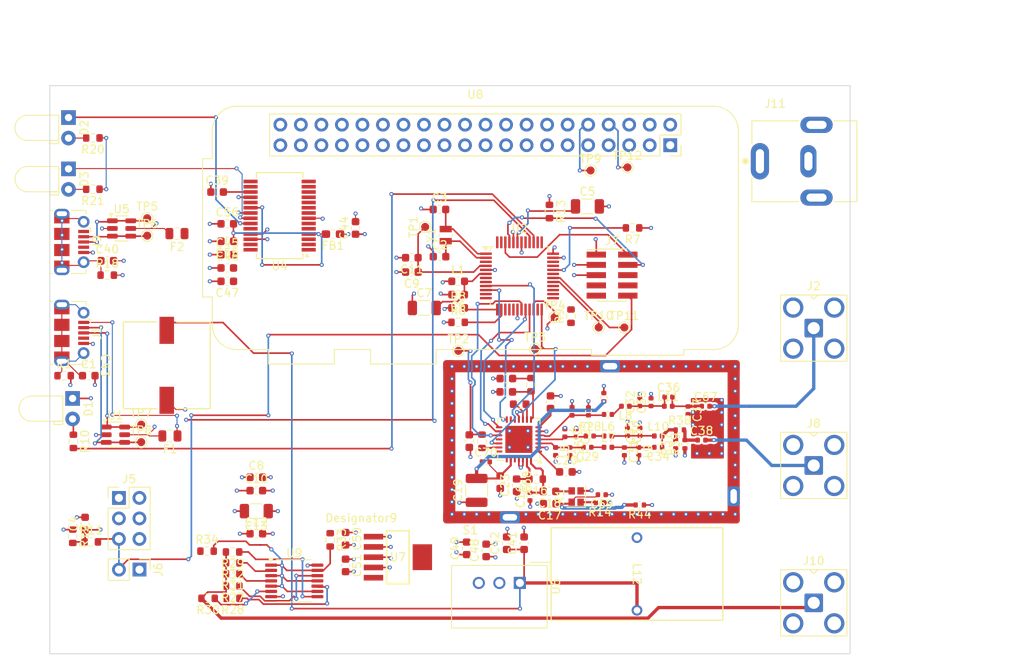
<source format=kicad_pcb>
(kicad_pcb (version 20240108) (generator "pcbnew") (generator_version "8.0")
  (title_block (title "SilverSat Ground Station Board") (date "2022-08-15") (rev "1.0 Beta") (company "SilverSat Limited (https://silversat.org)"))
  (layers (0 "F.Cu" signal) (1 "In1.Cu" signal) (2 "In2.Cu" signal) (31 "B.Cu" signal) (34 "B.Paste" user) (35 "F.Paste" user) (36 "B.SilkS" user "B.Silkscreen") (37 "F.SilkS" user "F.Silkscreen") (38 "B.Mask" user) (39 "F.Mask" user) (44 "Edge.Cuts" user))
  (net 0 "")
  (net 1 "Net-(J1-Shield)")
  (net 2 "+3V3")
  (net 3 "/SAMD21/X2")
  (net 4 "/SAMD21/X1")
  (net 5 "Net-(U2-~{RESET})")
  (net 6 "Net-(U2-VDDCORE)")
  (net 7 "Net-(U2-VDDANA)")
  (net 8 "/SAMD21/AREF")
  (net 9 "Net-(C14-Pad1)")
  (net 10 "Net-(U3-FILT)")
  (net 11 "Net-(U3-CLK16P)")
  (net 12 "Net-(X1-VDD)")
  (net 13 "Net-(X1-OUT)")
  (net 14 "Net-(U3-VDD_IO)")
  (net 15 "Net-(C20-Pad1)")
  (net 16 "Net-(C21-Pad1)")
  (net 17 "/PWRAMP")
  (net 18 "Net-(U3-CLK16N)")
  (net 19 "Net-(U3-ANTP1)")
  (net 20 "Net-(U3-ANTN)")
  (net 21 "Net-(U3-ANTP)")
  (net 22 "Net-(C27-Pad2)")
  (net 23 "Net-(C28-Pad2)")
  (net 24 "Net-(C29-Pad1)")
  (net 25 "Net-(C30-Pad2)")
  (net 26 "Net-(C31-Pad1)")
  (net 27 "Net-(C32-Pad1)")
  (net 28 "/AX5043/Attenuator/VOUT")
  (net 29 "Net-(C36-Pad2)")
  (net 30 "/PA")
  (net 31 "/AX5043/Attenuator/RX")
  (net 32 "Net-(U4-3V3OUT)")
  (net 33 "Net-(J9-Shield)")
  (net 34 "Net-(U6-Vin)")
  (net 35 "+5V")
  (net 36 "/USB0_D-")
  (net 37 "/USB0_D+")
  (net 38 "Net-(U4-VCC)")
  (net 39 "Net-(D1-A)")
  (net 40 "Net-(D2-K)")
  (net 41 "Net-(D2-A)")
  (net 42 "Net-(D3-A)")
  (net 43 "Net-(D3-K)")
  (net 44 "Net-(J1-VBUS)")
  (net 45 "Net-(J9-VBUS)")
  (net 46 "/USB_D+")
  (net 48 "/USB_D-")
  (net 49 "/MISO")
  (net 50 "/SAMD21/~{RESET}")
  (net 51 "/SCK")
  (net 52 "/MOSI")
  (net 57 "/SAMD21/SWCLK")
  (net 58 "/SAMD21/RX_LED_SWDIO")
  (net 60 "Net-(U3-L1)")
  (net 61 "Net-(U3-L2)")
  (net 62 "/SAMD21/SCL1")
  (net 63 "/SAMD21/SCL0")
  (net 64 "/SAMD21/SDA1")
  (net 65 "/SAMD21/SDA0")
  (net 66 "/SAMD21/TXLED")
  (net 67 "Net-(X1-VC)")
  (net 68 "Net-(U3-PWRAMP)")
  (net 69 "Net-(R27-Pad1)")
  (net 70 "/Driver/TR_Out")
  (net 71 "Net-(R28-Pad1)")
  (net 72 "Net-(R29-Pad1)")
  (net 73 "Net-(R30-Pad1)")
  (net 74 "Net-(R31-Pad1)")
  (net 75 "Net-(R32-Pad1)")
  (net 76 "Net-(R33-Pad2)")
  (net 77 "/DATA")
  (net 78 "/DCLK")
  (net 79 "/RXD1")
  (net 80 "/SAMD21/TxD2")
  (net 81 "/SAMD21/RxD2")
  (net 82 "/TXD1")
  (net 83 "/SYSCLK")
  (net 84 "/~{TX}{slash}RX")
  (net 85 "/TX{slash}~{RX}")
  (net 86 "/~{SEL}")
  (net 87 "/SAMD21/WDTICK")
  (net 88 "/SAMD21/GPIO9")
  (net 89 "/RXD0")
  (net 91 "/TXD0")
  (net 92 "/SAMD21/GPIO3")
  (net 93 "/IRQ")
  (net 94 "/SAMD21/GPIO4")
  (net 137 "/RX")
  (net 138 "/SAMD21/GPIO7")
  (net 139 "/SAMD21/GPIO13")
  (net 140 "/SAMD21/GPIO12")
  (net 141 "/SAMD21/GPIO8")
  (net 142 "/SAMD21/GPIO14_A")
  (net 145 "GND")
  (net 146 "/Power_Supply/vin+")
  (footprint "Inductor_SMD:L_0402_1005Metric" (layer "F.Cu") (at 149.733 77.696 -90)
    (property "Reference" "L5")
    (property "Value" "0.100u")
  )
  (footprint "Connector_PinHeader_1.27mm:PinHeader_2x05_P1.27mm_Vertical_SMD" (layer "F.Cu") (at 156.718 55.88)
    (property "Reference" "J7")
    (property "Value" "~")
  )
  (footprint "Capacitor_SMD:C_0402_1005Metric" (layer "F.Cu") (at 141.097 78.994)
    (property "Reference" "C70")
    (property "Value" "DNI")
  )
  (footprint "Capacitor_SMD:C_0603_1608Metric" (layer "F.Cu") (at 112.686699 82.55)
    (property "Reference" "C10")
    (property "Value" "0.1u")
  )
  (footprint "Capacitor_SMD:C_0603_1608Metric" (layer "F.Cu") (at 123.735699 88.506 -90)
    (property "Reference" "C50")
    (property "Value" "0.22u")
  )
  (footprint "Capacitor_SMD:C_0603_1608Metric" (layer "F.Cu") (at 94.234 54.102)
    (property "Reference" "C40")
    (property "Value" "0.01u")
  )
  (footprint "Capacitor_SMD:C_0402_1005Metric" (layer "F.Cu") (at 153.797 72.743 -90)
    (property "Reference" "C24" (hide yes))
    (property "Value" "DNI" (hide yes))
  )
  (footprint "Capacitor_SMD:C_0603_1608Metric" (layer "F.Cu") (at 109.093 49.53)
    (property "Reference" "C56")
    (property "Value" "0.1u")
  )
  (footprint "Capacitor_SMD:C_0603_1608Metric" (layer "F.Cu") (at 138.721699 89.6955 90)
    (property "Reference" "C49")
    (property "Value" "0.01u")
  )
  (footprint "Connector_PinHeader_2.54mm:PinHeader_1x02_P2.54mm_Vertical" (layer "F.Cu") (at 98.2236 92.329 -90)
    (property "Reference" "J6")
    (property "Value" "77315-801-02LF")
  )
  (footprint "Capacitor_SMD:C_0603_1608Metric" (layer "F.Cu") (at 137.668 58.293 180)
    (property "Reference" "C6")
    (property "Value" "0.1u")
  )
  (footprint "Capacitor_SMD:C_0603_1608Metric" (layer "F.Cu") (at 143.637 68.679 180)
    (property "Reference" "C14" (hide yes))
    (property "Value" "0.01u" (hide yes))
  )
  (footprint "Capacitor_SMD:C_1206_3216Metric" (layer "F.Cu") (at 153.67 47.371)
    (property "Reference" "C5")
    (property "Value" "1u")
  )
  (footprint "Resistor_SMD:R_0603_1608Metric" (layer "F.Cu") (at 90.043 76.454 -90)
    (property "Reference" "R10")
    (property "Value" "931")
  )
  (footprint "Capacitor_SMD:C_0402_1005Metric" (layer "F.Cu") (at 167.795 76.299)
    (property "Reference" "C38")
    (property "Value" "100p")
  )
  (footprint "Resistor_SMD:R_0603_1608Metric" (layer "F.Cu") (at 137.668 61.722)
    (property "Reference" "R6")
    (property "Value" "10k")
  )
  (footprint "Package_SO:SSOP-28_5.3x10.2mm_P0.65mm" (layer "F.Cu") (at 115.57 48.514 180)
    (property "Reference" "U4")
    (property "Value" "FT232RL")
  )
  (footprint "Inductor_SMD:L_0402_1005Metric" (layer "F.Cu") (at 163.68 72.108)
    (property "Reference" "L11")
    (property "Value" "4.7n")
  )
  (footprint "Resistor_SMD:R_0402_1005Metric" (layer "F.Cu") (at 155.222 84.046 180)
    (property "Reference" "R14")
    (property "Value" "0")
  )
  (footprint "Inductor_SMD:L_0603_1608Metric" (layer "F.Cu") (at 145.288 71.854 180)
    (property "Reference" "L2" (hide yes))
    (property "Value" "10n" (hide yes))
  )
  (footprint "Capacitor_SMD:C_0402_1005Metric" (layer "F.Cu") (at 160.147 71.6 90)
    (property "Reference" "C32")
    (property "Value" "5.6p")
  )
  (footprint "TestPoint:TestPoint_Pad_D1.0mm" (layer "F.Cu") (at 98.4395 76.546)
    (property "Reference" "TP8")
    (property "Value" "USB_D-" (hide yes))
  )
  (footprint "Resistor_SMD:R_0603_1608Metric" (layer "F.Cu") (at 109.765699 92.837 180)
    (property "Reference" "R31")
    (property "Value" "0")
  )
  (footprint "Capacitor_SMD:C_0603_1608Metric" (layer "F.Cu") (at 148.999 84.173 180)
    (property "Reference" "C17")
    (property "Value" "0.01u")
  )
  (footprint "Capacitor_SMD:C_0603_1608Metric" (layer "F.Cu") (at 109.093 54.991)
    (property "Reference" "C46")
    (property "Value" "47p" (hide yes))
  )
  (footprint "TestPoint:TestPoint_Pad_D1.0mm" (layer "F.Cu") (at 98.4395 74.387)
    (property "Reference" "TP7")
    (property "Value" "USB_D+")
  )
  (footprint "Capacitor_SMD:C_0603_1608Metric" (layer "F.Cu") (at 109.093 51.689 180)
    (property "Reference" "C55")
    (property "Value" "4.7u")
  )
  (footprint "Resistor_SMD:R_0603_1608Metric" (layer "F.Cu") (at 151.638 60.96 90)
    (property "Reference" "R9")
    (property "Value" "10k")
  )
  (footprint "Capacitor_SMD:C_0603_1608Metric" (layer "F.Cu") (at 143.674699 89.0605 90)
    (property "Reference" "C42")
    (property "Value" "4.7p")
  )
  (footprint "Capacitor_SMD:C_0402_1005Metric" (layer "F.Cu") (at 151.511 77.696 -90)
    (property "Reference" "C26")
    (property "Value" "DNI")
  )
  (footprint "Capacitor_SMD:C_0603_1608Metric" (layer "F.Cu") (at 109.093 56.642 180)
    (property "Reference" "C47")
    (property "Value" "10n" (hide yes))
  )
  (footprint "Inductor_SMD:L_0402_1005Metric" (layer "F.Cu") (at 150.876 75.41 -90)
    (property "Reference" "L4")
    (property "Value" "0.100u")
  )
  (footprint "Library:DCQ0006A_M" (layer "F.Cu") (at 130.212699 90.792)
    (property "Reference" "U7")
    (property "Value" "TL1963A-15DCYR")
  )
  (footprint "Resistor_SMD:R_0402_1005Metric" (layer "F.Cu") (at 155.702 70.993 -90)
    (property "Reference" "R45" (hide yes))
    (property "Value" "0")
  )
  (footprint "Capacitor_SMD:C_0603_1608Metric" (layer "F.Cu") (at 123.735699 91.808 -90)
    (property "Reference" "C51")
    (property "Value" "DNI")
  )
  (footprint "TestPoint:TestPoint_Pad_D1.0mm" (layer "F.Cu") (at 133.5875 49.9115 90)
    (property "Reference" "TP1")
    (property "Value" "AREF" (hide yes))
  )
  (footprint "Inductor_SMD:L_0603_1608Metric_Pad1.05x0.95mm_HandSolder" (layer "F.Cu") (at 122.174 50.8 180)
    (property "Reference" "FB1")
    (property "Value" "FerriteBead")
  )
  (footprint "Capacitor_SMD:C_0603_1608Metric" (layer "F.Cu") (at 131.9365 53.7215 180)
    (property "Reference" "C11")
    (property "Value" "4.7u")
  )
  (footprint "Package_SO:TSSOP-14_4.4x5mm_P0.65mm" (layer "F.Cu") (at 117.385699 93.726)
    (property "Reference" "U9")
    (property "Value" "74HC04")
  )
  (footprint "Resistor_SMD:R_0603_1608Metric" (layer "F.Cu") (at 109.772 91.498 180)
    (property "Reference" "R32")
    (property "Value" "0")
  )
  (footprint "Capacitor_SMD:C_0402_1005Metric" (layer "F.Cu") (at 163.703 70.965)
    (property "Reference" "C36")
    (property "Value" "6.8p")
  )
  (footprint "TestPoint:TestPoint_Pad_D1.0mm" (layer "F.Cu") (at 99.1815 50.993)
    (property "Reference" "TP6")
    (property "Value" "USB0_D-" (hide yes))
  )
  (footprint "Capacitor_SMD:C_0402_1005Metric" (layer "F.Cu") (at 162.433 77.188 180)
    (property "Reference" "C34")
    (property "Value" "5.1p")
  )
  (footprint "TestPoint:TestPoint_Pad_D1.0mm" (layer "F.Cu") (at 149.606 61.087)
    (property "Reference" "TP4")
    (property "Value" "TestPoint")
  )
  (footprint "Capacitor:CAP_EEHZ-G16_PAN" (layer "F.Cu") (at 101.6 67.0433 -90)
    (property "Reference" "C43")
    (property "Value" "470u")
  )
  (footprint "Resistor_SMD:R_0603_1608Metric" (layer "F.Cu") (at 109.765699 95.885 180)
    (property "Reference" "R28")
    (property "Value" "0")
  )
  (footprint "Resistor_SMD:R_0603_1608Metric" (layer "F.Cu") (at 140.622 76.448 90)
    (property "Reference" "R17" (hide yes))
    (property "Value" "100" (hide yes))
  )
  (footprint "Resistor_SMD:R_0603_1608Metric" (layer "F.Cu") (at 148.971 48.006 -90)
    (property "Reference" "R13")
    (property "Value" "10k")
  )
  (footprint "Connector_Coaxial:SMA_Amphenol_901-143_Horizontal" (layer "F.Cu") (at 181.682 79.438 -90)
    (property "Reference" "J8")
    (property "Value" "Conn_Coaxial")
    (fp_line (start 4.3 -4.5) (end -4.3 -4.5) (stroke (width 0.1)) (layer "Edge.Cuts"))
  )
  (footprint "LED_THT:LED_D3.0mm_Horizontal_O1.27mm_Z2.0mm" (layer "F.Cu") (at 89.439 36.376 -90)
    (property "Reference" "D2")
    (property "Value" "LED")
  )
  (footprint "Capacitor_SMD:C_0402_1005Metric" (layer "F.Cu") (at 146.558 83.284 90)
    (property "Reference" "C16")
    (property "Value" "DNI")
  )
  (footprint "Capacitor_SMD:C_0402_1005Metric" (layer "F.Cu") (at 156.21 73.124)
    (property "Reference" "C27" (hide yes))
    (property "Value" "4.3p")
  )
  (footprint "Resistor_SMD:R_0603_1608Metric" (layer "F.Cu") (at 92.456 45.246 180)
    (property "Reference" "R21")
    (property "Value" "270R")
  )
  (footprint "Resistor_SMD:R_0603_1608Metric" (layer "F.Cu") (at 137.668 59.944)
    (property "Reference" "R8")
    (property "Value" "10k")
  )
  (footprint "Capacitor_SMD:C_0603_1608Metric" (layer "F.Cu") (at 144.907 81.887 90)
    (property "Reference" "C23")
    (property "Value" "0.01u")
  )
  (footprint "Package_TO_SOT_SMD:SOT-23-6" (layer "F.Cu") (at 96.0065 50.104)
    (property "Reference" "U5")
    (property "Value" "USBLC6-2SC6" (hide yes))
  )
  (footprint "Capacitor_SMD:C_0402_1005Metric" (layer "F.Cu") (at 161.544 71.6 90)
    (property "Reference" "C35")
    (property "Value" "DNI")
  )
  (footprint "Capacitor_SMD:C_0603_1608Metric" (layer "F.Cu") (at 135.3525 47.7525)
    (property "Reference" "C3")
    (property "Value" "20p" (hide yes))
  )
  (footprint "TestPoint:TestPoint_Pad_D1.0mm" (layer "F.Cu") (at 155.067 62.357)
    (property "Reference" "TP10")
    (property "Value" "TestPoint")
  )
  (footprint "Inductor_SMD:L_0402_1005Metric" (layer "F.Cu") (at 156.21 75.791)
    (property "Reference" "L6")
    (property "Value" "43n")
  )
  (footprint "Capacitor_SMD:C_0603_1608Metric" (layer "F.Cu") (at 139.047 76.423 -90)
    (property "Reference" "C22" (hide yes))
    (property "Value" "0.1u" (hide yes))
  )
  (footprint "LED_THT:LED_D3.0mm_Horizontal_O1.27mm_Z2.0mm" (layer "F.Cu") (at 89.947 71.14 -90)
    (property "Reference" "D1")
    (property "Value" "LED")
  )
  (footprint "Package_QFP:TQFP-48_7x7mm_P0.5mm" (layer "F.Cu") (at 145.2595 55.979)
    (property "Reference" "U2")
    (property "Value" "ATSAMD21G18A-A" (hide yes))
  )
  (footprint "Resistor_SMD:R_0402_1005Metric" (layer "F.Cu") (at 165.735 76.807 90)
    (property "Reference" "R39")
    (property "Value" "DNI")
  )
  (footprint "Resistor_SMD:R_0603_1608Metric" (layer "F.Cu") (at 109.765699 94.361 180)
    (property "Reference" "R27")
    (property "Value" "0")
  )
  (footprint "Capacitor_SMD:C_0402_1005Metric" (layer "F.Cu") (at 153.67 77.188 180)
    (property "Reference" "C29")
    (property "Value" "4.3p")
  )
  (footprint "Fuse:Fuse_0805_2012Metric" (layer "F.Cu") (at 102.8645 50.739 180)
    (property "Reference" "F2")
    (property "Value" "300m")
  )
  (footprint "Resistor_SMD:R_0603_1608Metric" (layer "F.Cu") (at 147.32 81.125 180)
    (property "Reference" "R16")
    (property "Value" "220")
  )
  (footprint "Capacitor_SMD:C_0603_1608Metric" (layer "F.Cu") (at 143.624 70.33 180)
    (property "Reference" "C15" (hide yes))
    (property "Value" "39p" (hide yes))
  )
  (footprint "Module:Raspberry_Pi_Zero_Socketed_THT_FaceDown_MountingHoles" (layer "F.Cu") (at 163.92 39.799 -90)
    (property "Reference" "U8")
    (property "Value" "RaspberryPiZero(v1.1)")
  )
  (footprint "Converter_DCDC:Converter_DCDC_TRACO_TSR1-xxxxE_THT" (layer "F.Cu") (at 145.310199 93.98 -90)
    (property "Reference" "U6")
    (property "Value" "TSR1-2450E")
  )
  (footprint "TestPoint:TestPoint_Pad_D1.0mm" (layer "F.Cu") (at 137.696 65.25)
    (property "Reference" "TP2")
    (property "Value" "TestPoint" (hide yes))
  )
  (footprint "Capacitor_SMD:C_0402_1005Metric" (layer "F.Cu") (at 155.448 83.058 180)
    (property "Reference" "C69")
    (property "Value" "DNI")
  )
  (footprint "Crystal:Crystal_SMD_MicroCrystal_CC8V-T1A-2Pin_2.0x1.2mm" (layer "F.Cu") (at 136.1275 50.9275 90)
    (property "Reference" "Y1")
    (property "Value" "CM8V-T1A-32.768KHZ-12.5PF-20PPM-TB-QA" (hide yes))
  )
  (footprint "TestPoint:TestPoint_Pad_D1.0mm" (layer "F.Cu") (at 154.0595 42.926)
    (property "Reference" "TP9")
    (property "Value" "TestPoint")
  )
  (footprint "SilverSat_footprints:MS355-10_Masach_Shield" (layer "F.Cu") (at 136.569 85.855)
    (property "Reference" "S1")
    (property "Value" "MS353-10C_Masach_Shield")
  )
  (footprint "Resistor_SMD:R_0603_1608Metric" (layer "F.Cu") (at 92.456 38.896 180)
    (property "Reference" "R20")
    (property "Value" "270R")
  )
  (footprint "Capacitor_SMD:C_0603_1608Metric" (layer "F.Cu") (at 91.948 68.326)
    (property "Reference" "C1")
    (property "Value" "0.01u")
  )
  (footprint "Inductor_SMD:L_0402_1005Metric" (layer "F.Cu") (at 151.765 72.743 -90)
    (property "Reference" "L3" (hide yes))
    (property "Value" "0.100u" (hide yes))
  )
  (footprint "TestPoint:TestPoint_Pad_D1.0mm" (layer "F.Cu") (at 99.1815 48.834)
    (property "Reference" "TP5")
    (property "Value" "USB0_D+" (hide yes))
  )
  (footprint "Connector_Coaxial:SMA_Amphenol_901-143_Horizontal" (layer "F.Cu") (at 181.682 62.438 -90)
    (property "Reference" "J2")
    (property "Value" "Conn_Coaxial")
    (fp_line (start 4.3 -4.5) (end -4.3 -4.5) (stroke (width 0.1)) (layer "Edge.Cuts"))
  )
  (footprint "Capacitor_SMD:C_0603_1608Metric" (layer "F.Cu") (at 149.098 71.6 90)
    (property "Reference" "C21" (hide yes))
    (property "Value" "100p" (hide yes))
  )
  (footprint "Resistor_SMD:R_0603_1608Metric" (layer "F.Cu") (at 94.234 55.88)
    (property "Reference" "R18")
    (property "Value" "1m")
  )
  (footprint "Connector_USB:USB_Micro-B_Molex-105017-0001" (layer "F.Cu") (at 89.8505 63.032 -90)
    (property "Reference" "J1")
    (property "Value" "USB_B_Micro")
  )
  (footprint "Capacitor_SMD:C_0603_1608Metric" (layer "F.Cu") (at 141.134699 89.9495 90)
    (property "Reference" "C48")
    (property "Value" "22u" (hide yes))
  )
  (footprint "Connector_USB:USB_Micro-B_Molex-105017-0001" (layer "F.Cu") (at 89.8505 51.776 -90)
    (property "Reference" "J9")
    (property "Value" "USB_B_Micro")
  )
  (footprint "Library:CUI_PJ-063AH" (layer "F.Cu") (at 175.023 41.783)
    (property "Reference" "J11")
    (property "Value" "PJ-063AH" (hide yes))
  )
  (footprint "Capacitor_SMD:C_0603_1608Metric" (layer "F.Cu") (at 107.836 45.593)
    (property "Reference" "C39")
    (property "Value" "100n")
  )
  (footprint "Capacitor_SMD:C_1210_3225Metric" (layer "F.Cu") (at 139.954 82.522 90)
    (property "Reference" "C19")
    (property "Value" "4.7u")
  )
  (footprint "Inductor_SMD:L_0402_1005Metric" (layer "F.Cu") (at 162.433 75.791)
    (property "Reference" "L10")
    (property "Value" "27n")
  )
  (footprint "Capacitor_SMD:C_0603_1608Metric" (layer "F.Cu") (at 135.3655 53.5945)
    (property "Reference" "C2")
    (property "Value" "20p")
  )
  (footprint "Capacitor_SMD:C_0603_1608Metric" (layer "F.Cu") (at 124.968 50.038 90)
    (property "Reference" "C44")
    (property "Value" "10n")
  )
  (footprint "Crystal:Crystal_SMD_2016-4Pin_2.0x1.6mm" (layer "F.Cu") (at 152.273 83.284 90)
    (property "Reference" "X1")
    (property "Value" "TG2016SMN")
  )
  (footprint "Resistor_SMD:R_0603_1608Metric" (layer "F.Cu") (at 109.747 90.148 180)
    (property "Reference" "R29")
    (property "Value" "0")
  )
  (footprint "Resistor_SMD:R_0603_1608Metric" (layer "F.Cu") (at 106.717699 95.885 180)
    (property "Reference" "R30")
    (property "Value" "0")
  )
  (footprint "Resistor_SMD:R_0603_1608Metric" (layer "F.Cu") (at 121.830699 88.646 -90)
    (property "Reference" "R33")
    (property "Value" "0")
  )
  (footprint "Resistor_SMD:R_0402_1005Metric" (layer "F.Cu") (at 165.1 75.029)
    (property "Reference" "R38")
    (property "Value" "0")
  )
  (footprint "Resistor_SMD:R_0603_1608Metric" (layer "F.Cu") (at 159.258 50.038 180)
    (property "Reference" "R7")
    (property "Value" "10k")
  )
  (footprint "Resistor_SMD:R_0603_1608Metric" (layer "F.Cu") (at 106.590699 90.043)
    (property "Reference" "R34")
    (property "Value" "0")
  )
  (footprint "Capacitor_SMD:C_0402_1005Metric" (layer "F.Cu") (at 152.273 75.41 -90)
    (property "Reference" "C25")
    (property "Value" "DNI")
  )
  (footprint "Capacitor_SMD:C_0603_1608Metric" (layer "F.Cu") (at 148.971 82.649 180)
    (property "Reference" "C18")
    (property "Value" "0.01u")
  )
  (footprint "TestPoint:TestPoint_Pad_D1.0mm" (layer "F.Cu") (at 158.6315 42.545)
    (property "Reference" "TP12")
    (property "Value" "TestPoint")
  )
  (footprint "Capacitor_SMD:C_0603_1608Metric" (layer "F.Cu") (at 142.875 81.506 90)
    (property "Reference" "C68")
    (property "Value" "0.01u")
  )
  (footprint "Resistor_SMD:R_0603_1608Metric" (layer "F.Cu") (at 92.2546 88.9)
    (property "Reference" "R11")
    (property "Value" "330")
  )
  (footprint "Inductor_SMD:L_0402_1005Metric" (layer "F.Cu") (at 158.369 72.108 180)
    (property "Reference" "L8")
    (property "Value" "43n")
  )
  (footprint "Resistor_SMD:R_0603_1608Metric" (layer "F.Cu") (at 88.9 68.326)
    (property "Reference" "R1")
    (property "Value" "1m")
  )
  (footprint "TestPoint:TestPoint_Pad_D1.0mm" (layer "F.Cu") (at 147.193 65.024)
    (property "Reference" "TP3")
    (property "Value" "TestPoint")
  )
  (footprint "Package_TO_SOT_SMD:SOT-23-6" (layer "F.Cu") (at 95.25 75.631)
    (property "Reference" "U1")
    (property "Value" "USBLC6-2SC6" (hide yes))
  )
  (footprint "Inductor_SMD:L_0402_1005Metric" (layer "F.Cu") (at 156.21 77.188)
    (property "Reference" "L7")
    (property "Value" "43n")
  )
  (footprint "LED_THT:LED_D3.0mm_Horizontal_O1.27mm_Z2.0mm" (layer "F.Cu") (at 89.439 42.726 -90)
    (property "Reference" "D3")
    (property "Value" "LED")
  )
  (footprint "Capacitor_SMD:C_0402_1005Metric" (layer "F.Cu") (at 158.242 77.696 -90)
    (property "Reference" "C31")
    (property "Value" "5.6p")
  )
  (footprint "Capacitor_SMD:C_0402_1005Metric" (layer "F.Cu") (at 160.175 75.283 90)
    (property "Reference" "C33")
    (property "Value" "5.1p")
  )
  (footprint "Library:IND_7060_WRE" (layer "F.Cu") (at 159.803699 88.370501 -90)
    (property "Reference" "L12")
    (property "Value" "300u")
  )
  (footprint "Capacitor_SMD:C_0402_1005Metric" (layer "F.Cu") (at 153.952 75.791)
    (property "Reference" "C28")
    (property "Value" "4.3p")
  )
  (footprint "Inductor_SMD:L_0402_1005Metric" (layer "F.Cu") (at 160.02 77.696 -90)
    (property "Reference" "L9")
    (property "Value" "27n")
  )
  (footprint "Capacitor_SMD:C_1206_3216Metric" (layer "F.Cu") (at 112.686699 85.09 180)
    (property "Reference" "C13")
    (property "Value" "1u")
  )
  (footprint "Capacitor_SMD:C_0603_1608Metric" (layer "F.Cu") (at 109.093 53.34)
    (property "Reference" "C45")
    (property "Value" "47p" (hide yes))
  )
  (footprint "Resistor_SMD:R_0402_1005Metric" (layer "F.Cu") (at 160.147 84.328 180)
    (property "Reference" "R44")
    (property "Value" "0")
  )
  (footprint "Resistor_SMD:R_0603_1608Metric" (layer "F.Cu") (at 89.9686 88.202 -90)
    (property "Reference" "R12")
    (property "Value" "10k")
  )
  (footprint "Capacitor_SMD:C_0603_1608Metric" (layer "F.Cu") (at 151.003 80.236)
    (property "Reference" "C20")
    (property "Value" "100p")
  )
  (footprint "Capacitor_SMD:C_0603_1608Metric" (layer "F.Cu") (at 131.9365 55.4995 180)
    (property "Reference" "C9")
    (property "Value" "0.1u")
  )
  (footprint "Capacitor_SMD:C_0603_1608Metric" (layer "F.Cu") (at 112.686699 80.899)
    (property "Reference" "C8")
    (property "Value" "0.1u")
  )
  (footprint "Inductor_SMD:L_0603_1608Metric" (layer "F.Cu") (at 137.668 56.642)
    (property "Reference" "L1")
    (property "Value" "Ferrite Bead")
  )
  (footprint "Capacitor_SMD:C_0603_1608Metric" (layer "F.Cu") (at 112.686699 87.884)
    (property "Reference" "C12")
    (property "Value" "0.1u")
  )
  (footprint "Capacitor_SMD:C_0402_1005Metric" (layer "F.Cu") (at 158.623 75.283 -90)
    (property "Reference" "C30")
    (property "Value" "5.6p")
  )
  (footprint "Package_DFN_QFN:QFN-28-1EP_5x5mm_P0.5mm_EP3.35x3.35mm" (layer "F.Cu") (at 145.185 76.209 180)
    (property "Reference" "U3" (hide yes))
    (property "Value" "AX5043" (hide yes))
  )
  (footprint "Capacitor_SMD:C_1206_3216Metric" (layer "F.Cu") (at 133.477 59.944)
    (property "Reference" "C7")
    (property "Value" "1u")
  )
  (footprint "Capacitor_SMD:C_0603_1608Metric" (layer "F.Cu") (at 91.4926 86.627 90)
    (property "Reference" "C4")
    (property "Value" "0.1u")
  )
  (footprint "Connector_PinHeader_2.54mm:PinHeader_2x03_P2.54mm_Vertical" (layer "F.Cu") (at 95.6786 83.454)
    (property "Reference" "J5")
    (property "Value" "MTSW-103-06-G-D-110 ")
  )
  (footprint "Capacitor_SMD:C_0402_1005Metric" (layer "F.Cu") (at 166.116 72.616 -90)
    (property "Reference" "C37")
    (property "Value" "DNI")
  )
  (footprint "Fuse:Fuse_0805_2012Metric" (layer "F.Cu") (at 101.9955 75.784 180)
    (property "Reference" "F1")
    (property "Value" "300m")
  )
  (footprint "TestPoint:TestPoint_Pad_D1.0mm" (layer "F.Cu") (at 158.242 62.357)
    (property "Reference" "TP11")
    (property "Value" "TestPoint")
  )
  (footprint "Connector_Coaxial:SMA_Amphenol_901-143_Horizontal" (layer "F.Cu") (at 181.682 96.438 -90)
    (property "Reference" "J10")
    (property "Value" "Conn_Coaxial")
    (fp_line (start 4.3 -4.5) (end -4.3 -4.5) (stroke (width 0.1)) (layer "Edge.Cuts"))
  )
  (footprint "Resistor_SMD:R_0603_1608Metric" (layer "F.Cu") (at 146.685 69.441 -90)
    (property "Reference" "R15" (hide yes))
    (property "Value" "12k" (hide yes))
  )
  (footprint "Resistor_SMD:R_0402_1005Metric" (layer "F.Cu") (at 164.592 76.807 90)
    (property "Reference" "R37")
    (property "Value" "DNI")
  )
  (footprint "Capacitor_SMD:C_0402_1005Metric" (layer "F.Cu") (at 168.303 72.108)
    (property "Reference" "C67")
    (property "Value" "100p")
  )
  (footprint "Capacitor_SMD:C_0603_1608Metric" (layer "F.Cu") (at 145.833699 89.0605 90)
    (property "Reference" "C41")
    (property "Value" "10u")
  )
  (gr_line (start 186.182 92.138) (end 186.182 83.738) (stroke (width 0.1)) (layer "Edge.Cuts"))
  (gr_line (start 186.182 58.138) (end 186.182 32.423) (stroke (width 0.1)) (layer "Edge.Cuts"))
  (gr_line (start 87.122 102.743) (end 87.122 32.423) (stroke (width 0.1)) (layer "Edge.Cuts"))
  (gr_line (start 186.182 102.743) (end 87.122 102.743) (stroke (width 0.1)) (layer "Edge.Cuts"))
  (gr_line (start 87.122 32.423) (end 186.182 32.423) (stroke (width 0.1)) (layer "Edge.Cuts"))
  (gr_line (start 186.182 75.138) (end 186.182 66.738) (stroke (width 0.1)) (layer "Edge.Cuts"))
  (gr_line (start 186.182 102.743) (end 186.182 100.738) (stroke (width 0.1)) (layer "Edge.Cuts"))
  (segment (start 90.865556 68.326) (end 91.173 68.326) (width 0.127) (layer "F.Cu") (net 1))
  (segment (start 88.613 64.032) (end 88.613 62.032) (width 0.127) (layer "F.Cu") (net 1))
  (segment (start 88.613 65.932) (end 88.613 66.532) (width 0.127) (layer "F.Cu") (net 1))
  (segment (start 88.613 60.132) (end 88.613 59.532) (width 0.127) (layer "F.Cu") (net 1))
  (segment (start 89.071556 66.532) (end 90.865556 68.326) (width 0.127) (layer "F.Cu") (net 1))
  (segment (start 88.613 66.532) (end 88.613 67.788) (width 0.127) (layer "F.Cu") (net 1))
  (segment (start 88.613 66.532) (end 89.071556 66.532) (width 0.127) (layer "F.Cu") (net 1))
  (segment (start 88.613 65.932) (end 88.613 64.032) (width 0.127) (layer "F.Cu") (net 1))
  (segment (start 88.613 67.788) (end 88.075 68.326) (width 0.127) (layer "F.Cu") (net 1))
  (segment (start 88.613 62.032) (end 88.613 60.132) (width 0.127) (layer "F.Cu") (net 1))
  (segment (start 90.313 59.532) (end 91.313 60.532) (width 0.127) (layer "B.Cu") (net 1))
  (segment (start 90.313 66.532) (end 91.313 65.532) (width 0.127) (layer "B.Cu") (net 1))
  (segment (start 88.613 66.532) (end 90.313 66.532) (width 0.127) (layer "B.Cu") (net 1))
  (segment (start 88.613 59.532) (end 90.313 59.532) (width 0.127) (layer "B.Cu") (net 1))
  (segment (start 89.9686 87.377) (end 88.8266 87.377) (width 0.2032) (layer "F.Cu") (net 2))
  (segment (start 136.1112 59.944) (end 135.9842 60.071) (width 0.2032) (layer "F.Cu") (net 2))
  (segment (start 148.971 47.181) (end 148.971 46.101) (width 0.2032) (layer "F.Cu") (net 2))
  (segment (start 154.768 53.34) (end 154.768 51.517) (width 0.2032) (layer "F.Cu") (net 2))
  (segment (start 111.911699 87.884) (end 110.654699 87.884) (width 0.2032) (layer "F.Cu") (net 2))
  (segment (start 136.8805 56.642) (end 135.89 56.642) (width 0.2032) (layer "F.Cu") (net 2))
  (segment (start 123.735699 91.033) (end 124.738699 91.033) (width 0.2032) (layer "F.Cu") (net 2))
  (segment (start 124.738699 91.033) (end 124.751699 91.046) (width 0.2032) (layer "F.Cu") (net 2))
  (segment (start 111.211699 85.09) (end 110.019699 85.09) (width 0.2032) (layer "F.Cu") (net 2))
  (segment (start 144.5095 50.60919) (end 144.440352 50.540042) (width 0.2032) (layer "F.Cu") (net 2))
  (segment (start 160.657 84.328) (end 161.671 84.328) (width 0.2032) (layer "F.Cu") (net 2))
  (segment (start 129.196699 90.792) (end 129.323699 90.919) (width 0.2032) (layer "F.Cu") (net 2))
  (segment (start 155.702 70.483) (end 155.702 69.596) (width 0.2032) (layer "F.Cu") (net 2))
  (segment (start 111.911699 80.899) (end 110.908699 80.899) (width 0.2032) (layer "F.Cu") (net 2))
  (segment (start 136.843 59.944) (end 136.1112 59.944) (width 0.2032) (layer "F.Cu") (net 2))
  (segment (start 135.89 56.642) (end 135.763 56.769) (width 0.2032) (layer "F.Cu") (net 2))
  (segment (start 136.843 61.722) (end 135.89 61.722) (width 0.2032) (layer "F.Cu") (net 2))
  (segment (start 154.768 51.517) (end 154.686 51.435) (width 0.2032) (layer "F.Cu") (net 2))
  (segment (start 149.422 52.635) (end 149.606 52.451) (width 0.2032) (layer "F.Cu") (net 2))
  (segment (start 127.187699 90.792) (end 129.196699 90.792) (width 0.2032) (layer "F.Cu") (net 2))
  (segment (start 88.8266 87.377) (end 88.8256 87.376) (width 0.2032) (layer "F.Cu") (net 2))
  (segment (start 144.5095 51.8165) (end 144.5095 50.60919) (width 0.2032) (layer "F.Cu") (net 2))
  (segment (start 149.422 53.229) (end 149.422 52.635) (width 0.2032) (layer "F.Cu") (net 2))
  (segment (start 111.911699 82.55) (end 110.273699 82.55) (width 0.2032) (layer "F.Cu") (net 2))
  (segment (start 160.083 50.038) (end 161.544 50.038) (width 0.2032) (layer "F.Cu") (net 2))
  (via (at 144.440352 50.540042) (size 0.508) (drill 0.254) (layers "F.Cu" "B.Cu") (net 2))
  (via (at 135.763 56.769) (size 0.508) (drill 0.254) (layers "F.Cu" "B.Cu") (net 2))
  (via (at 88.8256 87.376) (size 0.508) (drill 0.254) (layers "F.Cu" "B.Cu") (net 2))
  (via (at 135.89 61.722) (size 0.508) (drill 0.254) (layers "F.Cu" "B.Cu") (net 2))
  (via (at 155.702 69.596) (size 0.508) (drill 0.254) (layers "F.Cu" "B.Cu") (net 2))
  (via (at 148.971 46.101) (size 0.508) (drill 0.254) (layers "F.Cu" "B.Cu") (net 2))
  (via (at 124.751699 91.046) (size 0.508) (drill 0.254) (layers "F.Cu" "B.Cu") (net 2))
  (via (at 161.671 84.328) (size 0.508) (drill 0.254) (layers "F.Cu" "B.Cu") (net 2))
  (via (at 110.908699 80.899) (size 0.508) (drill 0.254) (layers "F.Cu" "B.Cu") (net 2))
  (via (at 110.273699 82.55) (size 0.508) (drill 0.254) (layers "F.Cu" "B.Cu") (net 2))
  (via (at 135.9842 60.071) (size 0.508) (drill 0.254) (layers "F.Cu" "B.Cu") (net 2))
  (via (at 161.544 50.038) (size 0.508) (drill 0.254) (layers "F.Cu" "B.Cu") (net 2))
  (via (at 110.654699 87.884) (size 0.508) (drill 0.254) (layers "F.Cu" "B.Cu") (net 2))
  (via (at 154.686 51.435) (size 0.508) (drill 0.254) (layers "F.Cu" "B.Cu") (net 2))
  (via (at 110.019699 85.09) (size 0.508) (drill 0.254) (layers "F.Cu" "B.Cu") (net 2))
  (via (at 129.323699 90.919) (size 0.508) (drill 0.254) (layers "F.Cu" "B.Cu") (net 2))
  (via (at 149.606 52.451) (size 0.508) (drill 0.254) (layers "F.Cu" "B.Cu") (net 2))
  (segment (start 139.945 53.729) (end 137.8935 51.6775) (width 0.2032) (layer "F.Cu") (net 3))
  (segment (start 141.097 53.729) (end 139.945 53.729) (width 0.2032) (layer "F.Cu") (net 3))
  (segment (start 136.1405 51.6905) (end 136.1275 51.6775) (width 0.2032) (layer "F.Cu") (net 3))
  (segment (start 136.1405 53.5945) (end 136.1405 51.6905) (width 0.2032) (layer "F.Cu") (net 3))
  (segment (start 137.8935 51.6775) (end 136.1275 51.6775) (width 0.2032) (layer "F.Cu") (net 3))
  (segment (start 136.1275 50.1775) (end 136.1275 47.7525) (width 0.2032) (layer "F.Cu") (net 4))
  (segment (start 140.08 53.229) (end 137.0285 50.1775) (width 0.2032) (layer "F.Cu") (net 4))
  (segment (start 141.097 53.229) (end 140.08 53.229) (width 0.2032) (layer "F.Cu") (net 4))
  (segment (start 137.0285 50.1775) (end 136.1275 50.1775) (width 0.2032) (layer "F.Cu") (net 4))
  (segment (start 146.5095 51.039802) (end 142.078698 46.609) (width 0.2032) (layer "F.Cu") (net 5))
  (segment (start 104.013 73.787) (end 134.62 73.787) (width 0.2032) (layer "F.Cu") (net 5))
  (segment (start 142.078698 46.609) (end 134.62 46.609) (width 0.2032) (layer "F.Cu") (net 5))
  (segment (start 91.4296 88.9) (end 90.0956 88.9) (width 0.2032) (layer "F.Cu") (net 5))
  (segment (start 91.4926 87.402) (end 93.3716 87.402) (width 0.2032) (layer "F.Cu") (net 5))
  (segment (start 93.3716 87.402) (end 93.3976 87.376) (width 0.2032) (layer "F.Cu") (net 5))
  (segment (start 134.62 73.787) (end 134.747 73.914) (width 0.2032) (layer "F.Cu") (net 5))
  (segment (start 91.4926 87.402) (end 91.4926 88.837) (width 0.2032) (layer "F.Cu") (net 5))
  (segment (start 90.0956 88.9) (end 89.9686 89.027) (width 0.2032) (layer "F.Cu") (net 5))
  (segment (start 146.5095 51.8165) (end 146.5095 51.039802) (width 0.2032) (layer "F.Cu") (net 5))
  (segment (start 91.4926 88.837) (end 91.4296 88.9) (width 0.2032) (layer "F.Cu") (net 5))
  (via (at 93.3976 87.376) (size 0.508) (drill 0.254) (layers "F.Cu" "B.Cu") (net 5))
  (via (at 134.747 73.914) (size 0.508) (drill 0.254) (layers "F.Cu" "B.Cu") (net 5))
  (via (at 104.013 73.787) (size 0.508) (drill 0.254) (layers "F.Cu" "B.Cu") (net 5))
  (via (at 134.62 46.609) (size 0.508) (drill 0.254) (layers "F.Cu" "B.Cu") (net 5))
  (segment (start 134.62 46.609) (end 134.5273 46.7017) (width 0.2032) (layer "B.Cu") (net 5))
  (segment (start 103.886 73.914) (end 104.013 73.787) (width 0.2032) (layer "B.Cu") (net 5))
  (segment (start 134.5273 73.6943) (end 134.747 73.914) (width 0.2032) (layer "B.Cu") (net 5))
  (segment (start 134.5273 46.7017) (end 134.5273 73.6943) (width 0.2032) (layer "B.Cu") (net 5))
  (segment (start 145.0095 51.8165) (end 145.0095 50.783941) (width 0.2032) (layer "F.Cu") (net 6))
  (segment (start 146.371 47.946) (end 146.304 47.879) (width 0.2032) (layer "F.Cu") (net 6))
  (segment (start 152.195 47.371) (end 151.62 47.946) (width 0.2032) (layer "F.Cu") (net 6))
  (segment (start 151.62 47.946) (end 146.371 47.946) (width 0.2032) (layer "F.Cu") (net 6))
  (segment (start 145.0095 50.783941) (end 145.200517 50.592924) (width 0.2032) (layer "F.Cu") (net 6))
  (via (at 146.304 47.879) (size 0.508) (drill 0.254) (layers "F.Cu" "B.Cu") (net 6))
  (via (at 145.200517 50.592924) (size 0.508) (drill 0.254) (layers "F.Cu" "B.Cu") (net 6))
  (segment (start 146.304 49.489441) (end 145.200517 50.592924) (width 0.2032) (layer "B.Cu") (net 6))
  (segment (start 146.304 47.879) (end 146.304 49.489441) (width 0.2032) (layer "B.Cu") (net 6))
  (segment (start 134.952 59.944) (end 135.7318 59.1642) (width 0.2032) (layer "F.Cu") (net 7))
  (segment (start 138.4555 56.642) (end 139.407302 56.642) (width 0.2032) (layer "F.Cu") (net 7))
  (segment (start 135.7318 59.1642) (end 137.5718 59.1642) (width 0.2032) (layer "F.Cu") (net 7))
  (segment (start 137.5718 59.1642) (end 138.443 58.293) (width 0.2032) (layer "F.Cu") (net 7))
  (segment (start 138.443 56.6545) (end 138.4555 56.642) (width 0.2032) (layer "F.Cu") (net 7))
  (segment (start 140.320302 55.729) (end 141.097 55.729) (width 0.2032) (layer "F.Cu") (net 7))
  (segment (start 138.443 58.293) (end 138.443 56.6545) (width 0.2032) (layer "F.Cu") (net 7))
  (segment (start 139.407302 56.642) (end 140.320302 55.729) (width 0.2032) (layer "F.Cu") (net 7))
  (segment (start 132.7115 50.7875) (end 133.5875 49.9115) (width 0.2032) (layer "F.Cu") (net 8))
  (segment (start 132.7115 55.4995) (end 132.7115 53.7215) (width 0.2032) (layer "F.Cu") (net 8))
  (segment (start 132.7115 53.7215) (end 132.7115 50.7875) (width 0.2032) (layer "F.Cu") (net 8))
  (segment (start 141.097 54.729) (end 140.359501 54.729) (width 0.2032) (layer "F.Cu") (net 8))
  (segment (start 139.589001 55.4995) (end 132.7115 55.4995) (width 0.2032) (layer "F.Cu") (net 8))
  (segment (start 140.359501 54.729) (end 139.589001 55.4995) (width 0.2032) (layer "F.Cu") (net 8))
  (segment (start 144.412 68.679) (end 146.622 68.679) (width 0.2032) (layer "F.Cu") (net 9))
  (segment (start 146.622 68.679) (end 146.685 68.616) (width 0.2032) (layer "F.Cu") (net 9))
  (segment (start 146.685 70.266) (end 146.939 70.52) (width 0.2032) (layer "F.Cu") (net 10))
  (segment (start 144.399 70.33) (end 146.621 70.33) (width 0.2032) (layer "F.Cu") (net 10))
  (segment (start 146.939 70.52) (end 146.939 73.505) (width 0.2032) (layer "F.Cu") (net 10))
  (segment (start 146.621 70.33) (end 146.685 70.266) (width 0.2032) (layer "F.Cu") (net 10))
  (segment (start 146.939 73.505) (end 146.685 73.759) (width 0.2032) (layer "F.Cu") (net 10))
  (segment (start 146.685 79.211) (end 147.2845 79.8105) (width 0.254) (layer "F.Cu") (net 11))
  (segment (start 146.685 78.659) (end 146.685 79.211) (width 0.254) (layer "F.Cu") (net 11))
  (segment (start 148.196 81.176) (end 148.145 81.125) (width 0.254) (layer "F.Cu") (net 11))
  (segment (start 148.196 82.649) (end 148.196 81.176) (width 0.254) (layer "F.Cu") (net 11))
  (segment (start 146.558 82.804) (end 148.041 82.804) (width 0.254) (layer "F.Cu") (net 11))
  (segment (start 148.145 81.125) (end 148.145 80.096) (width 0.254) (layer "F.Cu") (net 11))
  (segment (start 147.8595 79.8105) (end 147.2845 79.8105) (width 0.254) (layer "F.Cu") (net 11))
  (segment (start 148.145 80.096) (end 147.8595 79.8105) (width 0.254) (layer "F.Cu") (net 11))
  (segment (start 148.041 82.804) (end 148.196 82.649) (width 0.254) (layer "F.Cu") (net 11))
  (segment (start 149.774 84.173) (end 151.562 84.173) (width 0.254) (layer "F.Cu") (net 12))
  (segment (start 151.723 83.984) (end 151.723 83.853) (width 0.127) (layer "F.Cu") (net 12))
  (segment (start 154.6825 83.3435) (end 154.968 83.058) (width 0.127) (layer "F.Cu") (net 12))
  (segment (start 159.637 84.328) (end 158.242 84.328) (width 0.412683) (layer "F.Cu") (net 12))
  (segment (start 151.723 83.853) (end 152.2325 83.3435) (width 0.127) (layer "F.Cu") (net 12))
  (segment (start 152.2325 83.3435) (end 154.6825 83.3435) (width 0.127) (layer "F.Cu") (net 12))
  (segment (start 151.562 84.173) (end 151.751 83.984) (width 0.254) (layer "F.Cu") (net 12))
  (segment (start 158.242 84.328) (end 158.228 84.314) (width 0.2032) (layer "F.Cu") (net 12))
  (segment (start 149.774 84.173) (end 150.099 84.173) (width 0.254) (layer "F.Cu") (net 12))
  (segment (start 150.099 84.173) (end 150.523 84.597) (width 0.254) (layer "F.Cu") (net 12))
  (via (at 158.228 84.314) (size 0.508) (drill 0.254) (layers "F.Cu" "B.Cu") (net 12))
  (via (at 150.523 84.597) (size 0.508) (drill 0.254) (layers "F.Cu" "B.Cu") (net 12))
  (segment (start 150.635 84.709) (end 157.099 84.709) (width 0.412683) (layer "B.Cu") (net 12))
  (segment (start 157.099 84.709) (end 157.174659 84.633341) (width 0.412683) (layer "B.Cu") (net 12))
  (segment (start 157.908659 84.633341) (end 158.228 84.314) (width 0.412683) (layer "B.Cu") (net 12))
  (segment (start 150.523 84.597) (end 150.635 84.709) (width 0.412683) (layer "B.Cu") (net 12))
  (segment (start 157.174659 84.633341) (end 157.936659 84.633341) (width 0.412683) (layer "B.Cu") (net 12))
  (segment (start 149.746 82.649) (end 151.658 82.649) (width 0.254) (layer "F.Cu") (net 13))
  (segment (start 151.658 82.649) (end 151.723 82.584) (width 0.254) (layer "F.Cu") (net 13))
  (segment (start 142.875 80.731) (end 144.185 79.421) (width 0.254) (layer "F.Cu") (net 14))
  (segment (start 141.577 78.994) (end 141.577 79.433) (width 0.127) (layer "F.Cu") (net 14))
  (segment (start 144.185 79.421) (end 144.185 78.659) (width 0.254) (layer "F.Cu") (net 14))
  (segment (start 139.954 81.047) (end 142.559 81.047) (width 0.254) (layer "F.Cu") (net 14))
  (segment (start 139.954 81.047) (end 139.954 79.855) (width 0.412683) (layer "F.Cu") (net 14))
  (segment (start 141.577 79.433) (end 142.875 80.731) (width 0.127) (layer "F.Cu") (net 14))
  (segment (start 142.559 81.047) (end 142.875 80.731) (width 0.254) (layer "F.Cu") (net 14))
  (via (at 139.954 79.855) (size 0.508) (drill 0.254) (layers "F.Cu" "B.Cu") (net 14))
  (via (at 155.702 71.501) (size 0.508) (drill 0.254) (layers "F.Cu" "B.Cu") (net 14))
  (segment (start 139.954 79.855) (end 141.478 78.331) (width 0.412683) (layer "B.Cu") (net 14))
  (segment (start 141.478 78.331) (end 146.685 78.331) (width 0.412683) (layer "B.Cu") (net 14))
  (segment (start 149.098 72.616) (end 154.686 72.616) (width 0.412683) (layer "B.Cu") (net 14))
  (segment (start 149.098 72.743) (end 149.098 72.616) (width 0.412683) (layer "B.Cu") (net 14))
  (segment (start 154.686 72.616) (end 155.702 71.6) (width 0.412683) (layer "B.Cu") (net 14))
  (segment (start 147.701 74.14) (end 149.098 72.743) (width 0.412683) (layer "B.Cu") (net 14))
  (segment (start 147.701 77.315) (end 147.701 74.14) (width 0.412683) (layer "B.Cu") (net 14))
  (segment (start 146.685 78.331) (end 147.701 77.315) (width 0.412683) (layer "B.Cu") (net 14))
  (segment (start 155.702 71.6) (end 155.702 71.501) (width 0.412683) (layer "B.Cu") (net 14))
  (segment (start 150.162 80.236) (end 147.635 77.709) (width 0.2032) (layer "F.Cu") (net 15))
  (segment (start 150.228 80.236) (end 150.162 80.236) (width 0.2032) (layer "F.Cu") (net 15))
  (segment (start 149.098 73.246) (end 147.635 74.709) (width 0.254) (layer "F.Cu") (net 16))
  (segment (start 149.098 72.375) (end 149.098 73.246) (width 0.254) (layer "F.Cu") (net 16))
  (segment (start 139.242 75.601) (end 139.192 75.651) (width 0.127) (layer "F.Cu") (net 17))
  (segment (start 139.173775 65.25) (end 137.696 65.25) (width 0.2032) (layer "F.Cu") (net 17))
  (segment (start 139.192 75.651) (end 139.192 69.187) (width 0.2032) (layer "F.Cu") (net 17))
  (segment (start 139.185182 65.261407) (end 139.173775 65.25) (width 0.2032) (layer "F.Cu") (net 17))
  (segment (start 140.843 75.601) (end 139.242 75.601) (width 0.2032) (layer "F.Cu") (net 17))
  (via (at 139.185182 65.261407) (size 0.508) (drill 0.254) (layers "F.Cu" "B.Cu") (net 17))
  (via (at 139.192 69.187) (size 0.508) (drill 0.254) (layers "F.Cu" "B.Cu") (net 17))
  (segment (start 139.192 69.06) (end 138.938 68.806) (width 0.2032) (layer "B.Cu") (net 17))
  (segment (start 138.9888 67.414463) (end 138.9888 66.951537) (width 0.2032) (layer "B.Cu") (net 17))
  (segment (start 138.938 67.465263) (end 138.9888 67.414463) (width 0.2032) (layer "B.Cu") (net 17))
  (segment (start 138.938 65.504) (end 139.192 65.25) (width 0.2032) (layer "B.Cu") (net 17))
  (segment (start 138.9888 66.951537) (end 138.938 66.900737) (width 0.2032) (layer "B.Cu") (net 17))
  (segment (start 139.192 69.187) (end 139.192 69.06) (width 0.127) (layer "B.Cu") (net 17))
  (segment (start 138.938 66.900737) (end 138.938 65.504) (width 0.2032) (layer "B.Cu") (net 17))
  (segment (start 138.938 68.806) (end 138.938 67.465263) (width 0.2032) (layer "B.Cu") (net 17))
  (segment (start 146.185 78.659) (end 146.185 79.563) (width 0.254) (layer "F.Cu") (net 18))
  (segment (start 146.495 79.873) (end 146.495 81.125) (width 0.254) (layer "F.Cu") (net 18))
  (segment (start 146.482 81.112) (end 146.495 81.125) (width 0.254) (layer "F.Cu") (net 18))
  (segment (start 144.907 81.112) (end 146.482 81.112) (width 0.254) (layer "F.Cu") (net 18))
  (segment (start 146.185 79.563) (end 146.495 79.873) (width 0.254) (layer "F.Cu") (net 18))
  (segment (start 148.375937 75.8026) (end 148.9734 75.8026) (width 0.2032) (layer "F.Cu") (net 19))
  (segment (start 147.6434 75.7174) (end 147.635 75.709) (width 0.2032) (layer "F.Cu") (net 19))
  (segment (start 152.428 73.223) (end 153.797 73.223) (width 0.2032) (layer "F.Cu") (net 19))
  (segment (start 151.548 73.228) (end 151.765 73.228) (width 0.2032) (layer "F.Cu") (net 19))
  (segment (start 152.423 73.228) (end 152.428 73.223) (width 0.2032) (layer "F.Cu") (net 19))
  (segment (start 151.765 73.228) (end 152.423 73.228) (width 0.2032) (layer "F.Cu") (net 19))
  (segment (start 155.631 73.223) (end 155.73 73.124) (width 0.2032) (layer "F.Cu") (net 19))
  (segment (start 148.9734 75.8026) (end 151.548 73.228) (width 0.2032) (layer "F.Cu") (net 19))
  (segment (start 153.797 73.223) (end 155.631 73.223) (width 0.2032) (layer "F.Cu") (net 19))
  (segment (start 148.282337 75.709) (end 148.375937 75.8026) (width 0.2032) (layer "F.Cu") (net 19))
  (segment (start 147.635 75.709) (end 148.282337 75.709) (width 0.2032) (layer "F.Cu") (net 19))
  (segment (start 150.562 76.209) (end 150.876 75.895) (width 0.2032) (layer "F.Cu") (net 20))
  (segment (start 152.273 75.89) (end 153.373 75.89) (width 0.2032) (layer "F.Cu") (net 20))
  (segment (start 150.876 75.895) (end 152.268 75.895) (width 0.2032) (layer "F.Cu") (net 20))
  (segment (start 147.635 76.209) (end 150.562 76.209) (width 0.2032) (layer "F.Cu") (net 20))
  (segment (start 152.268 75.895) (end 152.273 75.89) (width 0.2032) (layer "F.Cu") (net 20))
  (segment (start 153.373 75.89) (end 153.472 75.791) (width 0.2032) (layer "F.Cu") (net 20))
  (segment (start 149.231 76.709) (end 149.733 77.211) (width 0.2032) (layer "F.Cu") (net 21))
  (segment (start 149.733 77.211) (end 151.506 77.211) (width 0.2032) (layer "F.Cu") (net 21))
  (segment (start 153.162 77.216) (end 153.19 77.188) (width 0.2032) (layer "F.Cu") (net 21))
  (segment (start 151.511 77.216) (end 153.162 77.216) (width 0.2032) (layer "F.Cu") (net 21))
  (segment (start 147.635 76.709) (end 149.231 76.709) (width 0.2032) (layer "F.Cu") (net 21))
  (segment (start 151.506 77.211) (end 151.511 77.216) (width 0.2032) (layer "F.Cu") (net 21))
  (segment (start 156.868 73.124) (end 157.884 72.108) (width 0.2032) (layer "F.Cu") (net 22))
  (segment (start 156.69 73.124) (end 156.868 73.124) (width 0.2032) (layer "F.Cu") (net 22))
  (segment (start 154.432 75.791) (end 155.725 75.791) (width 0.2032) (layer "F.Cu") (net 23))
  (segment (start 154.15 77.188) (end 155.725 77.188) (width 0.2032) (layer "F.Cu") (net 24))
  (segment (start 158.595 75.791) (end 158.623 75.763) (width 0.2032) (layer "F.Cu") (net 25))
  (segment (start 160.175 75.763) (end 161.92 75.763) (width 0.2032) (layer "F.Cu") (net 25))
  (segment (start 161.92 75.763) (end 161.948 75.791) (width 0.2032) (layer "F.Cu") (net 25))
  (segment (start 158.623 75.763) (end 160.175 75.763) (width 0.2032) (layer "F.Cu") (net 25))
  (segment (start 156.695 75.791) (end 158.595 75.791) (width 0.2032) (layer "F.Cu") (net 25))
  (segment (start 158.214 77.188) (end 158.242 77.216) (width 0.2032) (layer "F.Cu") (net 26))
  (segment (start 156.695 77.188) (end 158.214 77.188) (width 0.2032) (layer "F.Cu") (net 26))
  (segment (start 160.015 77.216) (end 160.02 77.211) (width 0.2032) (layer "F.Cu") (net 26))
  (segment (start 161.93 77.211) (end 161.953 77.188) (width 0.2032) (layer "F.Cu") (net 26))
  (segment (start 158.242 77.216) (end 160.015 77.216) (width 0.2032) (layer "F.Cu") (net 26))
  (segment (start 160.02 77.211) (end 161.93 77.211) (width 0.2032) (layer "F.Cu") (net 26))
  (segment (start 158.854 72.108) (end 160.119 72.108) (width 0.2032) (layer "F.Cu") (net 27))
  (segment (start 163.223 72.08) (end 163.195 72.108) (width 0.2032) (layer "F.Cu") (net 27))
  (segment (start 160.119 72.108) (end 160.147 72.08) (width 0.2032) (layer "F.Cu") (net 27))
  (segment (start 161.544 72.08) (end 163.167 72.08) (width 0.2032) (layer "F.Cu") (net 27))
  (segment (start 163.223 70.965) (end 163.223 72.08) (width 0.2032) (layer "F.Cu") (net 27))
  (segment (start 160.147 72.08) (end 161.544 72.08) (width 0.2032) (layer "F.Cu") (net 27))
  (segment (start 163.167 72.08) (end 163.195 72.108) (width 0.2032) (layer "F.Cu") (net 27))
  (segment (start 163.68 75.029) (end 162.918 75.791) (width 0.412683) (layer "F.Cu") (net 28))
  (segment (start 164.592 75.031) (end 164.59 75.029) (width 0.412683) (layer "F.Cu") (net 28))
  (segment (start 162.918 75.791) (end 162.918 77.183) (width 0.2032) (layer "F.Cu") (net 28))
  (segment (start 164.592 76.297) (end 164.592 75.031) (width 0.412683) (layer "F.Cu") (net 28))
  (segment (start 164.59 75.029) (end 163.68 75.029) (width 0.412683) (layer "F.Cu") (net 28))
  (segment (start 162.918 77.183) (end 162.913 77.188) (width 0.2032) (layer "F.Cu") (net 28))
  (segment (start 166.144 72.108) (end 166.116 72.136) (width 0.412683) (layer "F.Cu") (net 29))
  (segment (start 164.183 70.965) (end 164.183 72.09) (width 0.2032) (layer "F.Cu") (net 29))
  (segment (start 164.165 72.108) (end 166.088 72.108) (width 0.2032) (layer "F.Cu") (net 29))
  (segment (start 166.088 72.108) (end 166.116 72.136) (width 0.2032) (layer "F.Cu") (net 29))
  (segment (start 167.795 72.108) (end 166.144 72.108) (width 0.412683) (layer "F.Cu") (net 29))
  (segment (start 164.183 72.09) (end 164.165 72.108) (width 0.2032) (layer "F.Cu") (net 29))
  (segment (start 168.783 72.108) (end 169.391 72.108) (width 0.412683) (layer "F.Cu") (net 30))
  (via (at 169.391 72.108) (size 0.508) (drill 0.254) (layers "F.Cu" "B.Cu") (net 30))
  (segment (start 173.722 72.108) (end 179.487 72.108) (width 0.412683) (layer "B.Cu") (net 30))
  (segment (start 181.682 69.913) (end 181.682 62.438) (width 0.412683) (layer "B.Cu") (net 30))
  (segment (start 173.722 72.108) (end 169.391 72.108) (width 0.412683) (layer "B.Cu") (net 30))
  (segment (start 181.572 70.023) (end 181.682 69.913) (width 0.412683) (layer "B.Cu") (net 30))
  (segment (start 179.487 72.108) (end 181.572 70.023) (width 0.412683) (layer "B.Cu") (net 30))
  (segment (start 165.735 75.154) (end 165.61 75.029) (width 0.412683) (layer "F.Cu") (net 31))
  (segment (start 167.313 76.297) (end 167.315 76.299) (width 0.412683) (layer "F.Cu") (net 31))
  (segment (start 165.735 76.297) (end 165.735 75.154) (width 0.412683) (layer "F.Cu") (net 31))
  (segment (start 165.735 76.297) (end 167.285 76.297) (width 0.412683) (layer "F.Cu") (net 31))
  (segment (start 108.615 45.589) (end 108.611 45.593) (width 0.127) (layer "F.Cu") (net 32))
  (segment (start 111.97 45.589) (end 108.615 45.589) (width 0.2032) (layer "F.Cu") (net 32))
  (segment (start 90.913 54.676) (end 91.313 54.276) (width 0.127) (layer "F.Cu") (net 33))
  (segment (start 93.459 55.83) (end 93.409 55.88) (width 0.127) (layer "F.Cu") (net 33))
  (segment (start 90.913 48.876) (end 91.313 49.276) (width 0.127) (layer "F.Cu") (net 33))
  (segment (start 93.459 54.102) (end 93.459 55.83) (width 0.127) (layer "F.Cu") (net 33))
  (segment (start 88.613 54.676) (end 90.913 54.676) (width 0.127) (layer "F.Cu") (net 33))
  (segment (start 88.613 48.876) (end 90.913 48.876) (width 0.127) (layer "F.Cu") (net 33))
  (segment (start 91.313 54.276) (end 91.487 54.102) (width 0.127) (layer "F.Cu") (net 33))
  (segment (start 91.487 54.102) (end 93.459 54.102) (width 0.127) (layer "F.Cu") (net 33))
  (via (at 88.646 49.149) (size 0.508) (drill 0.254) (layers "F.Cu" "B.Cu") (net 33))
  (via (at 88.646 50.927) (size 0.508) (drill 0.254) (layers "F.Cu" "B.Cu") (net 33))
  (via (at 88.646 54.356) (size 0.508) (drill 0.254) (layers "F.Cu" "B.Cu") (net 33))
  (via (at 88.646 52.705) (size 0.508) (drill 0.254) (layers "F.Cu" "B.Cu") (net 33))
  (segment (start 88.613 50.96) (end 88.646 50.927) (width 0.127) (layer "B.Cu") (net 33))
  (segment (start 88.613 52.672) (end 88.613 50.96) (width 0.127) (layer "B.Cu") (net 33))
  (segment (start 88.646 49.149) (end 88.613 49.116) (width 0.127) (layer "B.Cu") (net 33))
  (segment (start 88.646 50.927) (end 88.613 50.894) (width 0.127) (layer "B.Cu") (net 33))
  (segment (start 88.613 52.738) (end 88.646 52.705) (width 0.127) (layer "B.Cu") (net 33))
  (segment (start 88.613 55.276) (end 88.613 54.389) (width 0.127) (layer "B.Cu") (net 33))
  (segment (start 88.613 54.323) (end 88.613 52.738) (width 0.127) (layer "B.Cu") (net 33))
  (segment (start 88.613 49.116) (end 88.613 48.276) (width 0.127) (layer "B.Cu") (net 33))
  (segment (start 88.613 50.894) (end 88.613 49.182) (width 0.127) (layer "B.Cu") (net 33))
  (segment (start 88.613 54.389) (end 88.646 54.356) (width 0.127) (layer "B.Cu") (net 33))
  (segment (start 88.646 52.705) (end 88.613 52.672) (width 0.127) (layer "B.Cu") (net 33))
  (segment (start 88.613 49.182) (end 88.646 49.149) (width 0.127) (layer "B.Cu") (net 33))
  (segment (start 88.646 54.356) (end 88.613 54.323) (width 0.127) (layer "B.Cu") (net 33))
  (segment (start 159.803699 93.98) (end 159.803699 97.370499) (width 0.412683) (layer "F.Cu") (net 34))
  (segment (start 108.560962 61.7474) (end 102.510416 61.7474) (width 0.2032) (layer "F.Cu") (net 34))
  (segment (start 101.6 62.657816) (end 101.6 62.7126) (width 0.2032) (layer "F.Cu") (net 34))
  (segment (start 112.345562 65.532) (end 108.560962 61.7474) (width 0.2032) (layer "F.Cu") (net 34))
  (segment (start 102.510416 61.7474) (end 101.6 62.657816) (width 0.2032) (layer "F.Cu") (net 34))
  (segment (start 145.833699 89.8355) (end 145.833699 93.4565) (width 0.2032) (layer "F.Cu") (net 34))
  (segment (start 143.674699 89.8355) (end 145.833699 89.8355) (width 0.2032) (layer "F.Cu") (net 34))
  (segment (start 145.325699 97.155) (end 117.080899 97.155) (width 0.2032) (layer "F.Cu") (net 34))
  (segment (start 145.310199 93.98) (end 159.803699 93.98) (width 0.412683) (layer "F.Cu") (net 34))
  (segment (start 117.080899 65.5828) (end 117.030099 65.532) (width 0.2032) (layer "F.Cu") (net 34))
  (segment (start 117.030099 65.532) (end 112.345562 65.532) (width 0.2032) (layer "F.Cu") (net 34))
  (segment (start 145.833699 93.4565) (end 145.310199 93.98) (width 0.2032) (layer "F.Cu") (net 34))
  (via (at 117.080899 65.5828) (size 0.508) (drill 0.254) (layers "F.Cu" "B.Cu") (net 34))
  (via (at 117.080899 97.155) (size 0.508) (drill 0.254) (layers "F.Cu" "B.Cu") (net 34))
  (via (at 145.325699 97.155) (size 0.508) (drill 0.254) (layers "F.Cu" "B.Cu") (net 34))
  (segment (start 145.310199 97.1395) (end 145.310199 93.98) (width 0.2032) (layer "B.Cu") (net 34))
  (segment (start 145.325699 97.155) (end 145.310199 97.1395) (width 0.2032) (layer "B.Cu") (net 34))
  (segment (start 117.080899 97.155) (end 117.080899 65.5828) (width 0.2032) (layer "B.Cu") (net 34))
  (segment (start 127.187699 88.252) (end 129.196699 88.252) (width 0.2032) (layer "F.Cu") (net 35))
  (segment (start 99.3025 75.631) (end 99.4555 75.784) (width 0.127) (layer "F.Cu") (net 35))
  (segment (start 120.248199 91.776) (end 119.081699 91.776) (width 0.2032) (layer "F.Cu") (net 35))
  (segment (start 99.4555 75.784) (end 101.058 75.784) (width 0.127) (layer "F.Cu") (net 35))
  (segment (start 119.081699 91.776) (end 119.036699 91.821) (width 0.2032) (layer "F.Cu") (net 35))
  (segment (start 137.456199 90.1675) (end 137.759199 90.4705) (width 0.2032) (layer "F.Cu") (net 35))
  (segment (start 97.144 50.104) (end 99.6895 50.104) (width 0.127) (layer "F.Cu") (net 35))
  (segment (start 124.079 50.813) (end 123.062 50.813) (width 0.127) (layer "F.Cu") (net 35))
  (segment (start 123.735699 87.731) (end 124.992699 87.731) (width 0.2032) (layer "F.Cu") (net 35))
  (segment (start 126.098 50.813) (end 126.111 50.8) (width 0.2032) (layer "F.Cu") (net 35))
  (segment (start 101.292 50.104) (end 101.927 50.739) (width 0.127) (layer "F.Cu") (net 35))
  (segment (start 142.186699 90.7245) (end 142.277699 90.8155) (width 0.2032) (layer "F.Cu") (net 35))
  (segment (start 99.6895 50.104) (end 100.3245 49.469) (width 0.127) (layer "F.Cu") (net 35))
  (segment (start 99.3025 75.631) (end 96.3875 75.631) (width 0.127) (layer "F.Cu") (net 35))
  (segment (start 124.968 50.813) (end 126.098 50.813) (width 0.2032) (layer "F.Cu") (net 35))
  (segment (start 99.6895 50.104) (end 101.292 50.104) (width 0.127) (layer "F.Cu") (net 35))
  (segment (start 141.134699 90.7245) (end 142.186699 90.7245) (width 0.2032) (layer "F.Cu") (net 35))
  (segment (start 100.0905 74.843) (end 99.3025 75.631) (width 0.127) (layer "F.Cu") (net 35))
  (segment (start 93.281 45.246) (end 94.107 45.246) (width 0.127) (layer "F.Cu") (net 35))
  (segment (start 100.0905 74.641) (end 100.0905 74.843) (width 0.127) (layer "F.Cu") (net 35))
  (segment (start 124.992699 87.731) (end 125.005699 87.744) (width 0.2032) (layer "F.Cu") (net 35))
  (segment (start 137.759199 90.4705) (end 138.721699 90.4705) (width 0.2032) (layer "F.Cu") (net 35))
  (segment (start 94.107 38.896) (end 93.281 38.896) (width 0.127) (layer "F.Cu") (net 35))
  (segment (start 123.062 50.813) (end 123.049 50.8) (width 0.127) (layer "F.Cu") (net 35))
  (via (at 100.0905 74.641) (size 0.508) (drill 0.254) (layers "F.Cu" "B.Cu") (net 35))
  (via (at 100.3245 49.469) (size 0.508) (drill 0.254) (layers "F.Cu" "B.Cu") (net 35))
  (via (at 142.277699 90.8155) (size 0.508) (drill 0.254) (layers "F.Cu" "B.Cu") (net 35))
  (via (at 124.079 50.813) (size 0.508) (drill 0.254) (layers "F.Cu" "B.Cu") (net 35))
  (via (at 129.196699 88.252) (size 0.508) (drill 0.254) (layers "F.Cu" "B.Cu") (net 35))
  (via (at 126.111 50.8) (size 0.508) (drill 0.254) (layers "F.Cu" "B.Cu") (net 35))
  (via (at 94.107 38.896) (size 0.508) (drill 0.254) (layers "F.Cu" "B.Cu") (net 35))
  (via (at 125.005699 87.744) (size 0.508) (drill 0.254) (layers "F.Cu" "B.Cu") (net 35))
  (via (at 137.456199 90.1675) (size 0.508) (drill 0.254) (layers "F.Cu" "B.Cu") (net 35))
  (via (at 94.107 45.246) (size 0.508) (drill 0.254) (layers "F.Cu" "B.Cu") (net 35))
  (via (at 119.036699 91.821) (size 0.508) (drill 0.254) (layers "F.Cu" "B.Cu") (net 35))
  (segment (start 94.107 45.246) (end 94.107 38.896) (width 0.127) (layer "B.Cu") (net 35))
  (segment (start 91.313 51.126) (end 94.797 51.126) (width 0.2) (layer "F.Cu") (net 36))
  (segment (start 94.869 51.054) (end 97.144 51.054) (width 0.2) (layer "F.Cu") (net 36))
  (segment (start 97.144 51.054) (end 99.1205 51.054) (width 0.2) (layer "F.Cu") (net 36))
  (segment (start 94.797 51.126) (end 94.869 51.054) (width 0.2) (layer "F.Cu") (net 36))
  (segment (start 99.1205 51.054) (end 99.1815 50.993) (width 0.2) (layer "F.Cu") (net 36))
  (segment (start 92.964 49.276) (end 94.747 49.276) (width 0.2) (layer "F.Cu") (net 37))
  (segment (start 94.747 49.276) (end 94.869 49.154) (width 0.2) (layer "F.Cu") (net 37))
  (segment (start 92.924 51.776) (end 92.964 51.816) (width 0.2) (layer "F.Cu") (net 37))
  (segment (start 94.869 49.154) (end 97.144 49.154) (width 0.2) (layer "F.Cu") (net 37))
  (segment (start 98.8615 49.154) (end 99.1815 48.834) (width 0.2) (layer "F.Cu") (net 37))
  (segment (start 97.144 49.154) (end 98.8615 49.154) (width 0.2) (layer "F.Cu") (net 37))
  (segment (start 91.313 51.776) (end 92.924 51.776) (width 0.2) (layer "F.Cu") (net 37))
  (via (at 92.964 51.816) (size 0.508) (drill 0.254) (layers "F.Cu" "B.Cu") (net 37))
  (via (at 92.964 49.276) (size 0.508) (drill 0.254) (layers "F.Cu" "B.Cu") (net 37))
  (segment (start 92.964 51.816) (end 92.964 49.276) (width 0.2) (layer "B.Cu") (net 37))
  (segment (start 109.855 49.543) (end 109.868 49.53) (width 0.127) (layer "F.Cu") (net 38))
  (segment (start 121.299 50.8) (end 120.396 50.8) (width 0.127) (layer "F.Cu") (net 38))
  (segment (start 109.868 51.689) (end 109.868 50.686) (width 0.2032) (layer "F.Cu") (net 38))
  (segment (start 109.868 50.686) (end 109.855 50.673) (width 0.127) (layer "F.Cu") (net 38))
  (segment (start 113.37 47.539) (end 113.411 47.498) (width 0.2032) (layer "F.Cu") (net 38))
  (segment (start 113.411 54.61) (end 120.777 54.61) (width 0.2032) (layer "F.Cu") (net 38))
  (segment (start 120.396 50.8) (end 119.181 50.8) (width 0.127) (layer "F.Cu") (net 38))
  (segment (start 119.181 50.8) (end 119.17 50.789) (width 0.127) (layer "F.Cu") (net 38))
  (segment (start 109.855 50.673) (end 109.855 49.543) (width 0.2032) (layer "F.Cu") (net 38))
  (segment (start 111.97 47.539) (end 113.37 47.539) (width 0.2032) (layer "F.Cu") (net 38))
  (via (at 113.411 47.498) (size 0.508) (drill 0.254) (layers "F.Cu" "B.Cu") (net 38))
  (via (at 113.411 54.61) (size 0.508) (drill 0.254) (layers "F.Cu" "B.Cu") (net 38))
  (via (at 109.855 50.673) (size 0.508) (drill 0.254) (layers "F.Cu" "B.Cu") (net 38))
  (via (at 120.777 54.61) (size 0.508) (drill 0.254) (layers "F.Cu" "B.Cu") (net 38))
  (via (at 120.396 50.8) (size 0.508) (drill 0.254) (layers "F.Cu" "B.Cu") (net 38))
  (segment (start 109.855 50.673) (end 120.269 50.673) (width 0.2032) (layer "B.Cu") (net 38))
  (segment (start 120.396 50.8) (end 120.777 51.181) (width 0.127) (layer "B.Cu") (net 38))
  (segment (start 113.411 47.498) (end 113.411 54.61) (width 0.2032) (layer "B.Cu") (net 38))
  (segment (start 120.777 51.181) (end 120.777 54.61) (width 0.2032) (layer "B.Cu") (net 38))
  (segment (start 120.269 50.673) (end 120.396 50.8) (width 0.127) (layer "B.Cu") (net 38))
  (segment (start 90.043 73.776) (end 89.947 73.68) (width 0.2032) (layer "F.Cu") (net 39))
  (segment (start 90.043 75.629) (end 90.043 73.776) (width 0.2032) (layer "F.Cu") (net 39))
  (segment (start 89.473 36.342) (end 89.439 36.376) (width 0.2032) (layer "F.Cu") (net 40))
  (segment (start 107.696 36.342) (end 89.473 36.342) (width 0.2032) (layer "F.Cu") (net 40))
  (segment (start 110.726969 49.489) (end 111.97 49.489) (width 0.2032) (layer "F.Cu") (net 40))
  (segment (start 110.699 49.461031) (end 110.726969 49.489) (width 0.127) (layer "F.Cu") (net 40))
  (via (at 107.696 36.342) (size 0.508) (drill 0.254) (layers "F.Cu" "B.Cu") (net 40))
  (via (at 110.699 49.461031) (size 0.508) (drill 0.254) (layers "F.Cu" "B.Cu") (net 40))
  (segment (start 110.626157 49.461031) (end 110.699 49.461031) (width 0.2032) (layer "B.Cu") (net 40))
  (segment (start 107.696 36.342) (end 107.696 46.530874) (width 0.2032) (layer "B.Cu") (net 40))
  (segment (start 107.696 46.530874) (end 110.626157 49.461031) (width 0.2032) (layer "B.Cu") (net 40))
  (segment (start 91.611 38.916) (end 91.631 38.896) (width 0.127) (layer "F.Cu") (net 41))
  (segment (start 89.439 38.916) (end 91.611 38.916) (width 0.127) (layer "F.Cu") (net 41))
  (segment (start 91.611 45.266) (end 91.631 45.246) (width 0.127) (layer "F.Cu") (net 42))
  (segment (start 89.439 45.266) (end 91.611 45.266) (width 0.127) (layer "F.Cu") (net 42))
  (segment (start 89.439 42.726) (end 89.473 42.692) (width 0.127) (layer "F.Cu") (net 43))
  (segment (start 110.690805 48.735416) (end 110.794389 48.839) (width 0.2032) (layer "F.Cu") (net 43))
  (segment (start 110.216 42.692) (end 110.236 42.672) (width 0.127) (layer "F.Cu") (net 43))
  (segment (start 110.794389 48.839) (end 111.97 48.839) (width 0.2032) (layer "F.Cu") (net 43))
  (segment (start 89.473 42.692) (end 110.216 42.692) (width 0.127) (layer "F.Cu") (net 43))
  (via (at 110.236 42.672) (size 0.508) (drill 0.254) (layers "F.Cu" "B.Cu") (net 43))
  (via (at 110.690805 48.735416) (size 0.508) (drill 0.254) (layers "F.Cu" "B.Cu") (net 43))
  (segment (start 110.9345 48.491721) (end 110.690805 48.735416) (width 0.127) (layer "B.Cu") (net 43))
  (segment (start 110.9345 43.3705) (end 110.9345 48.491721) (width 0.127) (layer "B.Cu") (net 43))
  (segment (start 110.236 42.672) (end 110.9345 43.3705) (width 0.127) (layer "B.Cu") (net 43))
  (segment (start 102.8319 73.2409) (end 102.87 73.279) (width 0.127) (layer "F.Cu") (net 44))
  (segment (start 94.869 73.152) (end 94.9579 73.2409) (width 0.127) (layer "F.Cu") (net 44))
  (segment (start 94.859 61.732) (end 94.869 61.722) (width 0.127) (layer "F.Cu") (net 44))
  (segment (start 94.9579 73.2409) (end 102.8319 73.2409) (width 0.127) (layer "F.Cu") (net 44))
  (segment (start 91.313 61.732) (end 94.859 61.732) (width 0.127) (layer "F.Cu") (net 44))
  (segment (start 102.87 75.721) (end 102.933 75.784) (width 0.127) (layer "F.Cu") (net 44))
  (segment (start 102.87 74.549) (end 102.87 75.721) (width 0.127) (layer "F.Cu") (net 44))
  (via (at 102.87 73.279) (size 0.508) (drill 0.254) (layers "F.Cu" "B.Cu") (net 44))
  (via (at 94.869 73.152) (size 0.508) (drill 0.254) (layers "F.Cu" "B.Cu") (net 44))
  (via (at 94.869 61.722) (size 0.508) (drill 0.254) (layers "F.Cu" "B.Cu") (net 44))
  (via (at 102.87 74.549) (size 0.508) (drill 0.254) (layers "F.Cu" "B.Cu") (net 44))
  (segment (start 94.869 61.722) (end 94.869 73.152) (width 0.127) (layer "B.Cu") (net 44))
  (segment (start 102.87 73.279) (end 102.87 73.66) (width 0.127) (layer "B.Cu") (net 44))
  (segment (start 102.87 73.66) (end 102.87 74.549) (width 0.127) (layer "B.Cu") (net 44))
  (segment (start 91.313 63.032) (end 94.147 63.032) (width 0.2) (layer "F.Cu") (net 46))
  (segment (start 98.1455 74.681) (end 98.4395 74.387) (width 0.2) (layer "F.Cu") (net 46))
  (segment (start 94.147 63.032) (end 94.234 63.119) (width 0.2) (layer "F.Cu") (net 46))
  (segment (start 94.234 74.5595) (end 94.1125 74.681) (width 0.2) (layer "F.Cu") (net 46))
  (segment (start 94.1125 74.681) (end 96.3875 74.681) (width 0.2) (layer "F.Cu") (net 46))
  (segment (start 94.234 73.279) (end 94.234 74.5595) (width 0.2) (layer "F.Cu") (net 46))
  (segment (start 96.3875 74.681) (end 98.1455 74.681) (width 0.2) (layer "F.Cu") (net 46))
  (via (at 94.234 73.279) (size 0.508) (drill 0.254) (layers "F.Cu" "B.Cu") (net 46))
  (via (at 94.234 63.119) (size 0.508) (drill 0.254) (layers "F.Cu" "B.Cu") (net 46))
  (segment (start 94.234 63.627) (end 94.234 73.279) (width 0.2) (layer "B.Cu") (net 46))
  (segment (start 94.234 63.119) (end 94.234 63.627) (width 0.2) (layer "B.Cu") (net 46))
  (segment (start 93.447 62.382) (end 91.313 62.382) (width 0.2) (layer "F.Cu") (net 48))
  (segment (start 92.837 76.581) (end 92.71 76.708) (width 0.2) (layer "F.Cu") (net 48))
  (segment (start 94.1125 76.581) (end 92.837 76.581) (width 0.2) (layer "F.Cu") (net 48))
  (segment (start 96.3875 76.581) (end 98.4045 76.581) (width 0.2) (layer "F.Cu") (net 48))
  (segment (start 98.4045 76.581) (end 98.4395 76.546) (width 0.2) (layer "F.Cu") (net 48))
  (segment (start 93.472 62.357) (end 93.447 62.382) (width 0.2) (layer "F.Cu") (net 48))
  (segment (start 94.1125 76.581) (end 96.3875 76.581) (width 0.2) (layer "F.Cu") (net 48))
  (via (at 92.71 76.708) (size 0.508) (drill 0.254) (layers "F.Cu" "B.Cu") (net 48))
  (via (at 93.472 62.357) (size 0.508) (drill 0.254) (layers "F.Cu" "B.Cu") (net 48))
  (segment (start 92.71 76.708) (end 93.472 75.946) (width 0.2) (layer "B.Cu") (net 48))
  (segment (start 93.472 75.946) (end 93.472 62.357) (width 0.2) (layer "B.Cu") (net 48))
  (segment (start 141.399828 74.295) (end 141.0208 74.295) (width 0.2032) (layer "F.Cu") (net 49))
  (segment (start 142.735 75.209) (end 142.313828 75.209) (width 0.2032) (layer "F.Cu") (net 49))
  (segment (start 141.732 64.008) (end 142.748 62.992) (width 0.2032) (layer "F.Cu") (net 49))
  (segment (start 146.5095 62.9135) (end 146.5095 60.1415) (width 0.2032) (layer "F.Cu") (net 49))
  (segment (start 142.748 62.992) (end 146.431 62.992) (width 0.2032) (layer "F.Cu") (net 49))
  (segment (start 146.431 62.992) (end 146.5095 62.9135) (width 0.2032) (layer "F.Cu") (net 49))
  (segment (start 142.313828 75.209) (end 141.399828 74.295) (width 0.2032) (layer "F.Cu") (net 49))
  (via (at 141.732 64.008) (size 0.508) (drill 0.254) (layers "F.Cu" "B.Cu") (net 49))
  (via (at 141.0208 74.295) (size 0.508) (drill 0.254) (layers "F.Cu" "B.Cu") (net 49))
  (segment (start 140.5128 65.2272) (end 141.732 64.008) (width 0.2032) (layer "B.Cu") (net 49))
  (segment (start 140.5128 67.414463) (end 140.5128 65.2272) (width 0.2032) (layer "B.Cu") (net 49))
  (segment (start 141.0208 74.295) (end 140.462 73.7362) (width 0.2032) (layer "B.Cu") (net 49))
  (segment (start 140.462 73.7362) (end 140.462 67.465263) (width 0.2032) (layer "B.Cu") (net 49))
  (segment (start 140.462 67.465263) (end 140.5128 67.414463) (width 0.2032) (layer "B.Cu") (net 49))
  (segment (start 114.3 63.246) (end 140.179737 63.246) (width 0.2032) (layer "F.Cu") (net 50))
  (segment (start 95.6786 88.534) (end 93.4456 88.534) (width 0.2032) (layer "F.Cu") (net 50))
  (segment (start 114.173 63.373) (end 114.3 63.246) (width 0.2032) (layer "F.Cu") (net 50))
  (segment (start 104.648 73.2282) (end 114.173 73.2282) (width 0.2032) (layer "F.Cu") (net 50))
  (segment (start 159.131 58.883) (end 158.668 58.42) (width 0.2032) (layer "F.Cu") (net 50))
  (segment (start 96.8434 91.0472) (end 95.6886 92.202) (width 0.2032) (layer "F.Cu") (net 50))
  (segment (start 140.179737 63.246) (end 142.762537 65.8288) (width 0.2032) (layer "F.Cu") (net 50))
  (segment (start 159.131 62.60616) (end 159.131 58.883) (width 0.2032) (layer "F.Cu") (net 50))
  (segment (start 104.267 91.0472) (end 96.8434 91.0472) (width 0.2032) (layer "F.Cu") (net 50))
  (segment (start 155.90836 65.8288) (end 159.131 62.60616) (width 0.2032) (layer "F.Cu") (net 50))
  (segment (start 93.4456 88.534) (end 93.0796 88.9) (width 0.2032) (layer "F.Cu") (net 50))
  (segment (start 142.762537 65.8288) (end 155.90836 65.8288) (width 0.2032) (layer "F.Cu") (net 50))
  (via (at 104.267 91.0472) (size 0.508) (drill 0.254) (layers "F.Cu" "B.Cu") (net 50))
  (via (at 114.173 73.2282) (size 0.508) (drill 0.254) (layers "F.Cu" "B.Cu") (net 50))
  (via (at 104.648 73.2282) (size 0.508) (drill 0.254) (layers "F.Cu" "B.Cu") (net 50))
  (via (at 114.173 63.373) (size 0.508) (drill 0.254) (layers "F.Cu" "B.Cu") (net 50))
  (segment (start 95.6786 92.192) (end 95.6886 92.202) (width 0.2032) (layer "B.Cu") (net 50))
  (segment (start 104.648 90.6662) (end 104.648 73.2282) (width 0.2032) (layer "B.Cu") (net 50))
  (segment (start 95.6786 88.534) (end 95.6786 92.192) (width 0.2032) (layer "B.Cu") (net 50))
  (segment (start 104.267 91.0472) (end 104.648 90.6662) (width 0.2032) (layer "B.Cu") (net 50))
  (segment (start 114.173 63.373) (end 114.173 73.2282) (width 0.2032) (layer "B.Cu") (net 50))
  (segment (start 145.923 61.341) (end 146.0095 61.2545) (width 0.2032) (layer "F.Cu") (net 51))
  (segment (start 141.986 73.96) (end 142.735 74.709) (width 0.2032) (layer "F.Cu") (net 51))
  (segment (start 146.0095 61.2545) (end 146.0095 60.1415) (width 0.2032) (layer "F.Cu") (net 51))
  (segment (start 141.986 73.787) (end 141.986 73.96) (width 0.2032) (layer "F.Cu") (net 51))
  (via (at 141.986 73.787) (size 0.508) (drill 0.254) (layers "F.Cu" "B.Cu") (net 51))
  (via (at 145.923 61.341) (size 0.508) (drill 0.254) (layers "F.Cu" "B.Cu") (net 51))
  (segment (start 140.9192 67.582799) (end 140.9192 66.484063) (width 0.2032) (layer "B.Cu") (net 51))
  (segment (start 140.8684 67.633599) (end 140.9192 67.582799) (width 0.2032) (layer "B.Cu") (net 51))
  (segment (start 145.923 61.480263) (end 145.923 61.341) (width 0.2032) (layer "B.Cu") (net 51))
  (segment (start 141.986 73.787) (end 140.8684 72.6694) (width 0.2032) (layer "B.Cu") (net 51))
  (segment (start 140.8684 72.6694) (end 140.8684 67.633599) (width 0.2032) (layer "B.Cu") (net 51))
  (segment (start 140.9192 66.484063) (end 145.923 61.480263) (width 0.2032) (layer "B.Cu") (net 51))
  (segment (start 142.735 75.709) (end 141.702879 75.709) (width 0.2032) (layer "F.Cu") (net 52))
  (segment (start 145.5095 59.364802) (end 145.5095 60.1415) (width 0.2032) (layer "F.Cu") (net 52))
  (segment (start 141.938302 59.436) (end 142.275102 59.0992) (width 0.2032) (layer "F.Cu") (net 52))
  (segment (start 142.275102 59.0992) (end 145.243898 59.0992) (width 0.2032) (layer "F.Cu") (net 52))
  (segment (start 141.702879 75.709) (end 141.699 75.712879) (width 0.2032) (layer "F.Cu") (net 52))
  (segment (start 145.243898 59.0992) (end 145.5095 59.364802) (width 0.2032) (layer "F.Cu") (net 52))
  (segment (start 140.081 59.436) (end 141.938302 59.436) (width 0.2032) (layer "F.Cu") (net 52))
  (via (at 141.699 75.712879) (size 0.508) (drill 0.254) (layers "F.Cu" "B.Cu") (net 52))
  (via (at 140.081 59.436) (size 0.508) (drill 0.254) (layers "F.Cu" "B.Cu") (net 52))
  (segment (start 139.7508 69.418463) (end 139.7508 68.955537) (width 0.2032) (layer "B.Cu") (net 52))
  (segment (start 140.355879 75.712879) (end 139.446 74.803) (width 0.2032) (layer "B.Cu") (net 52))
  (segment (start 139.3444 66.732401) (end 139.3444 65.892452) (width 0.2032) (layer "B.Cu") (net 52))
  (segment (start 141.699 75.712879) (end 140.355879 75.712879) (width 0.2032) (layer "B.Cu") (net 52))
  (segment (start 139.3444 67.633599) (end 139.3952 67.582799) (width 0.2032) (layer "B.Cu") (net 52))
  (segment (start 139.3952 66.783201) (end 139.3444 66.732401) (width 0.2032) (layer "B.Cu") (net 52))
  (segment (start 139.446 74.803) (end 139.446 69.723263) (width 0.2032) (layer "B.Cu") (net 52))
  (segment (start 139.3444 65.892452) (end 140.081 65.155852) (width 0.2032) (layer "B.Cu") (net 52))
  (segment (start 139.446 69.723263) (end 139.7508 69.418463) (width 0.2032) (layer "B.Cu") (net 52))
  (segment (start 139.7508 68.955537) (end 139.3444 68.549137) (width 0.2032) (layer "B.Cu") (net 52))
  (segment (start 140.081 65.155852) (end 140.081 59.436) (width 0.2032) (layer "B.Cu") (net 52))
  (segment (start 139.3444 68.549137) (end 139.3444 67.633599) (width 0.2032) (layer "B.Cu") (net 52))
  (segment (start 139.3952 67.582799) (end 139.3952 66.783201) (width 0.2032) (layer "B.Cu") (net 52))
  (segment (start 144.0095 50.971295) (end 144.0095 51.8165) (width 0.2032) (layer "F.Cu") (net 57))
  (segment (start 154.559 48.895) (end 154.495 48.831) (width 0.2032) (layer "F.Cu") (net 57))
  (segment (start 154.495 48.831) (end 148.971 48.831) (width 0.2032) (layer "F.Cu") (net 57))
  (segment (start 143.830752 50.792547) (end 144.0095 50.971295) (width 0.2032) (layer "F.Cu") (net 57))
  (segment (start 144.018 49.403) (end 143.830752 49.590248) (width 0.2032) (layer "F.Cu") (net 57))
  (segment (start 148.971 48.831) (end 145.665698 48.831) (width 0.2032) (layer "F.Cu") (net 57))
  (segment (start 154.686 48.895) (end 154.559 48.895) (width 0.2032) (layer "F.Cu") (net 57))
  (segment (start 143.830752 49.590248) (end 143.830752 50.792547) (width 0.2032) (layer "F.Cu") (net 57))
  (segment (start 158.668 54.61) (end 160.528 54.61) (width 0.2032) (layer "F.Cu") (net 57))
  (segment (start 145.665698 48.831) (end 145.572349 48.737651) (width 0.2032) (layer "F.Cu") (net 57))
  (via (at 160.528 54.61) (size 0.508) (drill 0.254) (layers "F.Cu" "B.Cu") (net 57))
  (via (at 145.572349 48.737651) (size 0.508) (drill 0.254) (layers "F.Cu" "B.Cu") (net 57))
  (via (at 154.686 48.895) (size 0.508) (drill 0.254) (layers "F.Cu" "B.Cu") (net 57))
  (via (at 144.018 49.403) (size 0.508) (drill 0.254) (layers "F.Cu" "B.Cu") (net 57))
  (segment (start 144.683349 48.737651) (end 144.018 49.403) (width 0.2032) (layer "B.Cu") (net 57))
  (segment (start 154.813 48.895) (end 154.686 48.895) (width 0.2032) (layer "B.Cu") (net 57))
  (segment (start 160.528 54.61) (end 154.813 48.895) (width 0.2032) (layer "B.Cu") (net 57))
  (segment (start 145.572349 48.737651) (end 144.683349 48.737651) (width 0.2032) (layer "B.Cu") (net 57))
  (segment (start 156.2042 50.8762) (end 150.226498 50.8762) (width 0.2032) (layer "F.Cu") (net 58))
  (segment (start 158.668 53.34) (end 156.2042 50.8762) (width 0.2032) (layer "F.Cu") (net 58))
  (segment (start 143.5095 53.124402) (end 143.5095 51.8165) (width 0.2032) (layer "F.Cu") (net 58))
  (segment (start 150.226498 50.8762) (end 147.457398 53.6453) (width 0.2032) (layer "F.Cu") (net 58))
  (segment (start 147.457398 53.6453) (end 144.030398 53.6453) (width 0.2032) (layer "F.Cu") (net 58))
  (segment (start 144.030398 53.6453) (end 143.5095 53.124402) (width 0.2032) (layer "F.Cu") (net 58))
  (segment (start 144.764 71.854) (end 144.5005 71.854) (width 0.2032) (layer "F.Cu") (net 60))
  (segment (start 145.685 73.759) (end 145.685 72.775) (width 0.2032) (layer "F.Cu") (net 60))
  (segment (start 145.685 72.775) (end 144.764 71.854) (width 0.2032) (layer "F.Cu") (net 60))
  (segment (start 145.796 71.854) (end 146.185 72.243) (width 0.2032) (layer "F.Cu") (net 61))
  (segment (start 146.185 72.243) (end 146.185 73.759) (width 0.2032) (layer "F.Cu") (net 61))
  (segment (start 142.205698 61.722) (end 143.0095 60.918198) (width 0.2032) (layer "F.Cu") (net 62))
  (segment (start 143.0095 60.918198) (end 143.0095 60.1415) (width 0.2032) (layer "F.Cu") (net 62))
  (segment (start 138.493 61.722) (end 142.205698 61.722) (width 0.2032) (layer "F.Cu") (net 62))
  (segment (start 149.438 55.245) (end 149.422 55.229) (width 0.2032) (layer "F.Cu") (net 63))
  (segment (start 150.749 55.245) (end 149.438 55.245) (width 0.2032) (layer "F.Cu") (net 63))
  (segment (start 158.433 50.038) (end 151.511 50.038) (width 0.2032) (layer "F.Cu") (net 63))
  (via (at 150.749 55.245) (size 0.508) (drill 0.254) (layers "F.Cu" "B.Cu") (net 63))
  (via (at 151.511 50.038) (size 0.508) (drill 0.254) (layers "F.Cu" "B.Cu") (net 63))
  (segment (start 151.4602 54.5338) (end 150.749 55.245) (width 0.2032) (layer "B.Cu") (net 63))
  (segment (start 151.511 50.038) (end 151.4602 50.0888) (width 0.2032) (layer "B.Cu") (net 63))
  (segment (start 151.4602 50.0888) (end 151.4602 54.5338) (width 0.2032) (layer "B.Cu") (net 63))
  (segment (start 138.493 59.944) (end 138.6905 60.1415) (width 0.2032) (layer "F.Cu") (net 64))
  (segment (start 138.6905 60.1415) (end 142.5095 60.1415) (width 0.2032) (layer "F.Cu") (net 64))
  (segment (start 129.413 45.847) (end 141.891434 45.847) (width 0.2032) (layer "F.Cu") (net 66))
  (segment (start 147.0095 50.965066) (end 147.0095 51.8165) (width 0.2032) (layer "F.Cu") (net 66))
  (segment (start 90.1148 77.3508) (end 90.043 77.279) (width 0.2032) (layer "F.Cu") (net 66))
  (segment (start 141.891434 45.847) (end 147.0095 50.965066) (width 0.2032) (layer "F.Cu") (net 66))
  (segment (start 129.413 77.3508) (end 90.1148 77.3508) (width 0.2032) (layer "F.Cu") (net 66))
  (via (at 129.413 45.847) (size 0.508) (drill 0.254) (layers "F.Cu" "B.Cu") (net 66))
  (via (at 129.413 77.3508) (size 0.508) (drill 0.254) (layers "F.Cu" "B.Cu") (net 66))
  (segment (start 129.413 77.3508) (end 129.4727 77.2911) (width 0.2032) (layer "B.Cu") (net 66))
  (segment (start 129.4727 77.2911) (end 129.4727 45.9067) (width 0.2032) (layer "B.Cu") (net 66))
  (segment (start 129.4727 45.9067) (end 129.413 45.847) (width 0.2032) (layer "B.Cu") (net 66))
  (segment (start 154.65 83.984) (end 154.712 84.046) (width 0.254) (layer "F.Cu") (net 67))
  (segment (start 152.851 83.984) (end 154.65 83.984) (width 0.254) (layer "F.Cu") (net 67))
  (segment (start 140.622 77.273) (end 141.875 77.273) (width 0.2032) (layer "F.Cu") (net 68))
  (segment (start 141.875 77.273) (end 141.939 77.209) (width 0.2032) (layer "F.Cu") (net 68))
  (segment (start 141.939 77.209) (end 141.897 77.251) (width 0.2032) (layer "F.Cu") (net 68))
  (segment (start 140.843 77.251) (end 141.897 77.251) (width 0.2032) (layer "F.Cu") (net 68))
  (segment (start 142.735 77.209) (end 141.939 77.209) (width 0.2032) (layer "F.Cu") (net 68))
  (segment (start 113.724253 96.1898) (end 113.165453 95.631) (width 0.2032) (layer "F.Cu") (net 69))
  (segment (start 111.860699 95.631) (end 110.590699 94.361) (width 0.2032) (layer "F.Cu") (net 69))
  (segment (start 117.639699 95.9358) (end 117.334899 95.631) (width 0.2032) (layer "F.Cu") (net 69))
  (segment (start 117.334899 95.631) (end 116.776099 96.1898) (width 0.2032) (layer "F.Cu") (net 69))
  (segment (start 120.233199 93.091) (end 120.248199 93.076) (width 0.2032) (layer "F.Cu") (net 69))
  (segment (start 117.639699 93.091) (end 120.233199 93.091) (width 0.2032) (layer "F.Cu") (net 69))
  (segment (start 113.165453 95.631) (end 111.860699 95.631) (width 0.2032) (layer "F.Cu") (net 69))
  (segment (start 116.776099 96.1898) (end 113.724253 96.1898) (width 0.2032) (layer "F.Cu") (net 69))
  (via (at 117.639699 93.091) (size 0.508) (drill 0.254) (layers "F.Cu" "B.Cu") (net 69))
  (via (at 117.639699 95.9358) (size 0.508) (drill 0.254) (layers "F.Cu" "B.Cu") (net 69))
  (segment (start 117.639699 95.9358) (end 117.639699 93.091) (width 0.2032) (layer "B.Cu") (net 69))
  (segment (start 106.672499 95.1052) (end 108.922899 95.1052) (width 0.2032) (layer "F.Cu") (net 70))
  (segment (start 105.892699 95.885) (end 108.343398 98.335699) (width 0.412683) (layer "F.Cu") (net 70))
  (segment (start 105.892699 95.885) (end 106.672499 95.1052) (width 0.2032) (layer "F.Cu") (net 70))
  (segment (start 108.940699 94.361) (end 108.940699 92.837) (width 0.2032) (layer "F.Cu") (net 70))
  (segment (start 108.940699 95.885) (end 108.940699 95.123) (width 0.2032) (layer "F.Cu") (net 70))
  (segment (start 108.940699 91.313) (end 108.940699 92.837) (width 0.2032) (layer "F.Cu") (net 70))
  (segment (start 108.940699 95.123) (end 108.940699 94.361) (width 0.2032) (layer "F.Cu") (net 70))
  (segment (start 108.343398 98.335699) (end 161.163 98.335699) (width 0.412683) (layer "F.Cu") (net 70))
  (segment (start 108.947 90.173) (end 108.922 90.148) (width 0.2032) (layer "F.Cu") (net 70))
  (segment (start 181.57 97.028) (end 162.470699 97.028) (width 0.412683) (layer "F.Cu") (net 70))
  (segment (start 108.922899 95.1052) (end 108.940699 95.123) (width 0.2032) (layer "F.Cu") (net 70))
  (segment (start 162.470699 97.028) (end 161.163 98.335699) (width 0.412683) (layer "F.Cu") (net 70))
  (segment (start 108.947 91.498) (end 108.947 90.173) (width 0.2032) (layer "F.Cu") (net 70))
  (segment (start 121.373499 96.5962) (end 121.449699 96.52) (width 0.2032) (layer "F.Cu") (net 71))
  (segment (start 113.555917 96.5962) (end 121.373499 96.5962) (width 0.2032) (layer "F.Cu") (net 71))
  (segment (start 112.997117 96.0374) (end 113.555917 96.5962) (width 0.2032) (layer "F.Cu") (net 71))
  (segment (start 120.360199 94.488) (end 120.248199 94.376) (width 0.2032) (layer "F.Cu") (net 71))
  (segment (start 111.692363 96.0374) (end 112.997117 96.0374) (width 0.2032) (layer "F.Cu") (net 71))
  (segment (start 111.539963 95.885) (end 111.692363 96.0374) (width 0.2032) (layer "F.Cu") (net 71))
  (segment (start 110.590699 95.885) (end 111.539963 95.885) (width 0.2032) (layer "F.Cu") (net 71))
  (segment (start 121.449699 94.488) (end 120.360199 94.488) (width 0.2032) (layer "F.Cu") (net 71))
  (via (at 121.449699 94.488) (size 0.508) (drill 0.254) (layers "F.Cu" "B.Cu") (net 71))
  (via (at 121.449699 96.52) (size 0.508) (drill 0.254) (layers "F.Cu" "B.Cu") (net 71))
  (segment (start 121.449699 96.52) (end 121.449699 94.488) (width 0.2032) (layer "B.Cu") (net 71))
  (segment (start 118.401699 95.631) (end 118.446699 95.676) (width 0.2032) (layer "F.Cu") (net 72))
  (segment (start 118.446699 95.676) (end 120.248199 95.676) (width 0.2032) (layer "F.Cu") (net 72))
  (segment (start 118.401699 91.059) (end 112.622 91.059) (width 0.2032) (layer "F.Cu") (net 72))
  (segment (start 111.711 90.148) (end 112.622 91.059) (width 0.2032) (layer "F.Cu") (net 72))
  (segment (start 110.572 90.148) (end 111.711 90.148) (width 0.2032) (layer "F.Cu") (net 72))
  (via (at 118.401699 91.059) (size 0.508) (drill 0.254) (layers "F.Cu" "B.Cu") (net 72))
  (via (at 118.401699 95.631) (size 0.508) (drill 0.254) (layers "F.Cu" "B.Cu") (net 72))
  (segment (start 118.401699 95.631) (end 118.401699 91.059) (width 0.2032) (layer "B.Cu") (net 72))
  (segment (start 112.810987 95.026) (end 112.809787 95.0272) (width 0.2032) (layer "F.Cu") (net 73))
  (segment (start 111.412573 96.52) (end 111.267773 96.6648) (width 0.2032) (layer "F.Cu") (net 73))
  (segment (start 108.322499 96.6648) (end 107.542699 95.885) (width 0.2032) (layer "F.Cu") (net 73))
  (segment (start 111.267773 96.6648) (end 108.322499 96.6648) (width 0.2032) (layer "F.Cu") (net 73))
  (segment (start 114.523199 95.026) (end 112.810987 95.026) (width 0.2032) (layer "F.Cu") (net 73))
  (via (at 111.412573 96.52) (size 0.508) (drill 0.254) (layers "F.Cu" "B.Cu") (net 73))
  (via (at 112.809787 95.0272) (size 0.508) (drill 0.254) (layers "F.Cu" "B.Cu") (net 73))
  (segment (start 112.809787 95.122786) (end 111.412573 96.52) (width 0.2032) (layer "B.Cu") (net 73))
  (segment (start 112.809787 95.0272) (end 112.809787 95.122786) (width 0.2032) (layer "B.Cu") (net 73))
  (segment (start 111.479699 93.726) (end 114.523199 93.726) (width 0.2032) (layer "F.Cu") (net 74))
  (segment (start 110.590699 92.837) (end 111.479699 93.726) (width 0.2032) (layer "F.Cu") (net 74))
  (segment (start 112.559699 92.52) (end 114.429199 92.52) (width 0.2032) (layer "F.Cu") (net 75))
  (segment (start 111.537699 91.498) (end 112.559699 92.52) (width 0.2032) (layer "F.Cu") (net 75))
  (segment (start 114.429199 92.52) (end 114.523199 92.426) (width 0.2032) (layer "F.Cu") (net 75))
  (segment (start 110.597 91.498) (end 111.537699 91.498) (width 0.2032) (layer "F.Cu") (net 75))
  (segment (start 120.248199 95.026) (end 116.526699 95.026) (width 0.2032) (layer "F.Cu") (net 76))
  (segment (start 115.846699 94.376) (end 114.523199 94.376) (width 0.2032) (layer "F.Cu") (net 76))
  (segment (start 107.947 88.823) (end 111.397 88.823) (width 0.2032) (layer "F.Cu") (net 76))
  (segment (start 114.523199 93.076) (end 115.846699 93.076) (width 0.2032) (layer "F.Cu") (net 76))
  (segment (start 113.122 89.273) (end 113.997 89.273) (width 0.2032) (layer "F.Cu") (net 76))
  (segment (start 111.397 88.823) (end 111.847 89.273) (width 0.2032) (layer "F.Cu") (net 76))
  (segment (start 115.861699 91.821) (end 115.816699 91.776) (width 0.2032) (layer "F.Cu") (net 76))
  (segment (start 121.830699 89.471) (end 121.830699 91.580999) (width 0.2032) (layer "F.Cu") (net 76))
  (segment (start 115.861699 93.091) (end 116.496699 93.726) (width 0.2032) (layer "F.Cu") (net 76))
  (segment (start 116.526699 95.026) (end 115.861699 94.361) (width 0.2032) (layer "F.Cu") (net 76))
  (segment (start 116.496699 93.726) (end 120.248199 93.726) (width 0.2032) (layer "F.Cu") (net 76))
  (segment (start 113.122 89.273) (end 113.295999 89.273) (width 0.2032) (layer "F.Cu") (net 76))
  (segment (start 107.415699 90.043) (end 107.415699 89.354301) (width 0.2032) (layer "F.Cu") (net 76))
  (segment (start 115.846699 93.076) (end 115.861699 93.091) (width 0.2032) (layer "F.Cu") (net 76))
  (segment (start 120.985698 92.426) (end 120.248199 92.426) (width 0.2032) (layer "F.Cu") (net 76))
  (segment (start 115.816699 91.776) (end 114.523199 91.776) (width 0.2032) (layer "F.Cu") (net 76))
  (segment (start 113.997 89.273) (end 114.547 89.823) (width 0.2032) (layer "F.Cu") (net 76))
  (segment (start 120.248199 92.426) (end 116.466699 92.426) (width 0.2032) (layer "F.Cu") (net 76))
  (segment (start 111.847 89.273) (end 113.122 89.273) (width 0.2032) (layer "F.Cu") (net 76))
  (segment (start 121.830699 91.580999) (end 120.985698 92.426) (width 0.2032) (layer "F.Cu") (net 76))
  (segment (start 107.415699 89.354301) (end 107.947 88.823) (width 0.2032) (layer "F.Cu") (net 76))
  (segment (start 115.861699 94.361) (end 115.846699 94.376) (width 0.2032) (layer "F.Cu") (net 76))
  (segment (start 116.466699 92.426) (end 115.861699 91.821) (width 0.2032) (layer "F.Cu") (net 76))
  (via (at 115.861699 94.361) (size 0.508) (drill 0.254) (layers "F.Cu" "B.Cu") (net 76))
  (via (at 115.861699 91.821) (size 0.508) (drill 0.254) (layers "F.Cu" "B.Cu") (net 76))
  (via (at 114.547 89.823) (size 0.508) (drill 0.254) (layers "F.Cu" "B.Cu") (net 76))
  (via (at 115.861699 93.091) (size 0.508) (drill 0.254) (layers "F.Cu" "B.Cu") (net 76))
  (segment (start 115.861699 91.137699) (end 115.861699 91.821) (width 0.2032) (layer "B.Cu") (net 76))
  (segment (start 114.523199 89.846801) (end 114.547 89.823) (width 0.2032) (layer "B.Cu") (net 76))
  (segment (start 115.861699 93.091) (end 115.861699 94.361) (width 0.2032) (layer "B.Cu") (net 76))
  (segment (start 114.547 89.823) (end 115.861699 91.137699) (width 0.2032) (layer "B.Cu") (net 76))
  (segment (start 115.861699 91.821) (end 115.861699 93.091) (width 0.2032) (layer "B.Cu") (net 76))
  (segment (start 148.336 65.024) (end 147.193 65.024) (width 0.2032) (layer "F.Cu") (net 77))
  (segment (start 148.0095 64.6975) (end 148.0095 60.1415) (width 0.2032) (layer "F.Cu") (net 77))
  (segment (start 144.953632 73.10646) (end 145.185 73.337828) (width 0.2032) (layer "F.Cu") (net 77))
  (segment (start 149.733 65.024) (end 148.336 65.024) (width 0.2032) (layer "F.Cu") (net 77))
  (segment (start 148.336 65.024) (end 148.0095 64.6975) (width 0.2032) (layer "F.Cu") (net 77))
  (segment (start 144.953632 72.833896) (end 144.953632 73.10646) (width 0.2032) (layer "F.Cu") (net 77))
  (segment (start 145.185 73.337828) (end 145.185 73.759) (width 0.2032) (layer "F.Cu") (net 77))
  (via (at 149.733 65.024) (size 0.508) (drill 0.254) (layers "F.Cu" "B.Cu") (net 77))
  (via (at 144.953632 72.833896) (size 0.508) (drill 0.254) (layers "F.Cu" "B.Cu") (net 77))
  (segment (start 145.64484 72.833896) (end 149.6568 68.821936) (width 0.2032) (layer "B.Cu") (net 77))
  (segment (start 149.606 66.900737) (end 149.606 65.151) (width 0.2032) (layer "B.Cu") (net 77))
  (segment (start 149.6568 66.951537) (end 149.606 66.900737) (width 0.2032) (layer "B.Cu") (net 77))
  (segment (start 149.606 65.151) (end 149.733 65.024) (width 0.2032) (layer "B.Cu") (net 77))
  (segment (start 149.6568 68.821936) (end 149.6568 66.951537) (width 0.2032) (layer "B.Cu") (net 77))
  (segment (start 144.953632 72.833896) (end 145.64484 72.833896) (width 0.2032) (layer "B.Cu") (net 77))
  (segment (start 148.325306 59.0992) (end 147.275102 59.0992) (width 0.2032) (layer "F.Cu") (net 78))
  (segment (start 148.717 61.976) (end 149.606 61.087) (width 0.2032) (layer "F.Cu") (net 78))
  (segment (start 149.606 60.379894) (end 148.325306 59.0992) (width 0.2032) (layer "F.Cu") (net 78))
  (segment (start 149.606 61.087) (end 149.606 60.379894) (width 0.2032) (layer "F.Cu") (net 78))
  (segment (start 147.275102 59.0992) (end 147.0095 59.364802) (width 0.2032) (layer "F.Cu") (net 78))
  (segment (start 147.0095 59.364802) (end 147.0095 60.1415) (width 0.2032) (layer "F.Cu") (net 78))
  (segment (start 148.717 62.484) (end 148.717 61.976) (width 0.2032) (layer "F.Cu") (net 78))
  (via (at 148.717 62.484) (size 0.508) (drill 0.254) (layers "F.Cu" "B.Cu") (net 78))
  (segment (start 154.0595 42.926) (end 152.733341 42.926) (width 0.2032) (layer "F.Cu") (net 79))
  (via (at 152.733341 42.926) (size 0.508) (drill 0.254) (layers "F.Cu" "B.Cu") (net 79))
  (segment (start 153.76 36.878) (end 152.7195 37.9185) (width 0.2032) (layer "B.Cu") (net 79))
  (segment (start 152.7195 37.9185) (end 152.7195 42.912159) (width 0.2032) (layer "B.Cu") (net 79))
  (segment (start 152.7195 42.912159) (end 152.733341 42.926) (width 0.127) (layer "B.Cu") (net 79))
  (segment (start 155.067 62.357) (end 155.067 61.597302) (width 0.2032) (layer "F.Cu") (net 80))
  (segment (start 150.198698 56.729) (end 149.422 56.729) (width 0.2032) (layer "F.Cu") (net 80))
  (segment (start 155.067 61.597302) (end 150.198698 56.729) (width 0.2032) (layer "F.Cu") (net 80))
  (segment (start 150.273434 56.229) (end 149.422 56.229) (width 0.2032) (layer "F.Cu") (net 81))
  (segment (start 158.242 62.357) (end 156.401434 62.357) (width 0.2032) (layer "F.Cu") (net 81))
  (segment (start 156.401434 62.357) (end 150.273434 56.229) (width 0.2032) (layer "F.Cu") (net 81))
  (segment (start 157.4548 42.545) (end 158.6315 42.545) (width 0.2032) (layer "F.Cu") (net 82))
  (via (at 157.4548 42.545) (size 0.508) (drill 0.254) (layers "F.Cu" "B.Cu") (net 82))
  (segment (start 157.4548 42.545) (end 157.4548 38.0328) (width 0.2032) (layer "B.Cu") (net 82))
  (segment (start 157.4548 38.0328) (end 156.3 36.878) (width 0.2032) (layer "B.Cu") (net 82))
  (segment (start 144.292263 63.901263) (end 142.768263 63.901263) (width 0.2032) (layer "F.Cu") (net 86))
  (segment (start 142.768263 63.901263) (end 142.74 63.873) (width 0.2032) (layer "F.Cu") (net 86))
  (segment (start 142.692 57.729) (end 141.097 57.729) (width 0.2032) (layer "F.Cu") (net 86))
  (segment (start 143.685 73.759) (end 143.256 73.759) (width 0.2032) (layer "F.Cu") (net 86))
  (segment (start 142.748 57.785) (end 142.692 57.729) (width 0.2032) (layer "F.Cu") (net 86))
  (via (at 143.256 73.759) (size 0.508) (drill 0.254) (layers "F.Cu" "B.Cu") (net 86))
  (via (at 144.292263 63.901263) (size 0.508) (drill 0.254) (layers "F.Cu" "B.Cu") (net 86))
  (via (at 142.74 63.873) (size 0.508) (drill 0.254) (layers "F.Cu" "B.Cu") (net 86))
  (via (at 142.748 57.785) (size 0.508) (drill 0.254) (layers "F.Cu" "B.Cu") (net 86))
  (segment (start 143.51 70.993) (end 143.51 67.945) (width 0.2032) (layer "B.Cu") (net 86))
  (segment (start 142.875 71.628) (end 143.51 70.993) (width 0.2032) (layer "B.Cu") (net 86))
  (segment (start 142.74 57.793) (end 142.748 57.785) (width 0.2032) (layer "B.Cu") (net 86))
  (segment (start 143.5608 64.632726) (end 144.292263 63.901263) (width 0.2032) (layer "B.Cu") (net 86))
  (segment (start 142.74 63.873) (end 142.74 57.793) (width 0.2032) (layer "B.Cu") (net 86))
  (segment (start 143.51 67.945) (end 143.5608 67.8942) (width 0.2032) (layer "B.Cu") (net 86))
  (segment (start 143.256 73.759) (end 142.875 73.378) (width 0.2032) (layer "B.Cu") (net 86))
  (segment (start 142.875 73.378) (end 142.875 71.628) (width 0.2032) (layer "B.Cu") (net 86))
  (segment (start 143.5608 67.8942) (end 143.5608 64.632726) (width 0.2032) (layer "B.Cu") (net 86))
  (segment (start 146.3972 57.1838) (end 141.1422 57.1838) (width 0.2032) (layer "F.Cu") (net 93))
  (segment (start 141.929889 76.709) (end 141.830095 76.609206) (width 0.2032) (layer "F.Cu") (net 93))
  (segment (start 142.735 76.709) (end 141.929889 76.709) (width 0.2032) (layer "F.Cu") (net 93))
  (segment (start 141.1422 57.1838) (end 141.097 57.229) (width 0.2032) (layer "F.Cu") (net 93))
  (segment (start 146.558 57.023) (end 146.3972 57.1838) (width 0.2032) (layer "F.Cu") (net 93))
  (via (at 141.830095 76.609206) (size 0.508) (drill 0.254) (layers "F.Cu" "B.Cu") (net 93))
  (via (at 146.558 57.023) (size 0.508) (drill 0.254) (layers "F.Cu" "B.Cu") (net 93))
  (segment (start 147.066 67.465263) (end 147.066 69.931265) (width 0.2032) (layer "B.Cu") (net 93))
  (segment (start 146.558 57.023) (end 147.066 57.531) (width 0.2032) (layer "B.Cu") (net 93))
  (segment (start 144.735473 73.577527) (end 141.830095 76.482905) (width 0.2032) (layer "B.Cu") (net 93))
  (segment (start 144.394832 72.602433) (end 144.394832 73.065359) (width 0.2032) (layer "B.Cu") (net 93))
  (segment (start 147.066 57.531) (end 147.066 66.900737) (width 0.2032) (layer "B.Cu") (net 93))
  (segment (start 144.394832 73.065359) (end 144.735473 73.406) (width 0.2032) (layer "B.Cu") (net 93))
  (segment (start 147.066 69.931265) (end 144.394832 72.602433) (width 0.2032) (layer "B.Cu") (net 93))
  (segment (start 147.0152 67.414463) (end 147.066 67.465263) (width 0.2032) (layer "B.Cu") (net 93))
  (segment (start 147.066 66.900737) (end 147.0152 66.951537) (width 0.2032) (layer "B.Cu") (net 93))
  (segment (start 144.735473 73.406) (end 144.735473 73.577527) (width 0.2032) (layer "B.Cu") (net 93))
  (segment (start 147.0152 66.951537) (end 147.0152 67.414463) (width 0.2032) (layer "B.Cu") (net 93))
  (segment (start 141.830095 76.482905) (end 141.830095 76.609206) (width 0.2032) (layer "B.Cu") (net 93))
  (segment (start 168.275 76.299) (end 169.319 76.299) (width 0.412683) (layer "F.Cu") (net 137))
  (via (at 169.319 76.299) (size 0.508) (drill 0.254) (layers "F.Cu" "B.Cu") (net 137))
  (segment (start 169.319 76.299) (end 173.348 76.299) (width 0.412683) (layer "B.Cu") (net 137))
  (segment (start 173.348 76.299) (end 176.487 79.438) (width 0.412683) (layer "B.Cu") (net 137))
  (segment (start 176.487 79.438) (end 181.682 79.438) (width 0.412683) (layer "B.Cu") (net 137))
  (segment (start 166.502 73.096) (end 166.728 72.87) (width 0.2032) (layer "F.Cu") (net 145))
  (segment (start 142.862 68.679) (end 141.986 68.679) (width 0.2032) (layer "F.Cu") (net 145))
  (segment (start 91.4926 85.852) (end 90.4766 85.852) (width 0.2032) (layer "F.Cu") (net 145))
  (segment (start 160.147 71.12) (end 160.147 70.584) (width 0.2032) (layer "F.Cu") (net 145))
  (segment (start 91.313 64.332) (end 92.399 64.332) (width 0.127) (layer "F.Cu") (net 145))
  (segment (start 160.02 78.181) (end 160.02 79.093) (width 0.2032) (layer "F.Cu") (net 145))
  (segment (start 89.725 69.406) (end 89.662 69.469) (width 0.2032) (layer "F.Cu") (net 145))
  (segment (start 107.061 45.593) (end 107.061 44.577) (width 0.2032) (layer "F.Cu") (net 145))
  (segment (start 145.5095 51.8165) (end 145.5095 53.0705) (width 0.2032) (layer "F.Cu") (net 145))
  (segment (start 142.267699 89.1745) (end 142.277699 89.1645) (width 0.2032) (layer "F.Cu") (net 145))
  (segment (start 108.318 49.53) (end 106.934 49.53) (width 0.2032) (layer "F.Cu") (net 145))
  (segment (start 144.907 82.662) (end 144.907 83.538) (width 0.254) (layer "F.Cu") (net 145))
  (segment (start 102.742096 72.517) (end 103.886 72.517) (width 0.127) (layer "F.Cu") (net 145))
  (segment (start 151.511 78.176) (end 151.511 78.966) (width 0.2032) (layer "F.Cu") (net 145))
  (segment (start 134.5775 47.7525) (end 133.2065 47.7525) (width 0.2032) (layer "F.Cu") (net 145))
  (segment (start 146.586 83.764) (end 146.586 84.554) (width 0.254) (layer "F.Cu") (net 145))
  (segment (start 145.0095 61.214) (end 145.0095 60.1415) (width 0.2032) (layer "F.Cu") (net 145))
  (segment (start 142.849 70.33) (end 141.986 70.33) (width 0.2032) (layer "F.Cu") (net 145))
  (segment (start 148.514756 77.209) (end 148.624356 77.3186) (width 0.2032) (layer "F.Cu") (net 145))
  (segment (start 145.833699 88.2855) (end 145.833699 87.180501) (width 0.2032) (layer "F.Cu") (net 145))
  (segment (start 111.97 48.189) (end 110.546 48.189) (width 0.2032) (layer "F.Cu") (net 145))
  (segment (start 131.1615 55.4995) (end 130.0315 55.4995) (width 0.2032) (layer "F.Cu") (net 145))
  (segment (start 158.623 74.789) (end 158.623 73.999) (width 0.2032) (layer "F.Cu") (net 145))
  (segment (start 151.765 72.258) (end 151.765 71.473) (width 0.2032) (layer "F.Cu") (net 145))
  (segment (start 138.721699 88.9205) (end 137.464699 88.9205) (width 0.2032) (layer "F.Cu") (net 145))
  (segment (start 101.6 71.374904) (end 102.742096 72.517) (width 0.127) (layer "F.Cu") (net 145))
  (segment (start 145.185 79.461) (end 145.422 79.698) (width 0.2032) (layer "F.Cu") (net 145))
  (segment (start 153.797 72.263) (end 153.797 71.473) (width 0.2032) (layer "F.Cu") (net 145))
  (segment (start 132.002 58.371) (end 132.207 58.166) (width 0.2032) (layer "F.Cu") (net 145))
  (segment (start 92.723 68.326) (end 92.723 69.456) (width 0.2032) (layer "F.Cu") (net 145))
  (segment (start 154.116 82.584) (end 154.178 82.522) (width 0.254) (layer "F.Cu") (net 145))
  (segment (start 151.778 80.236) (end 152.654 80.236) (width 0.254) (layer "F.Cu") (net 145))
  (segment (start 149.422 53.729) (end 150.725 53.729) (width 0.2032) (layer "F.Cu") (net 145))
  (segment (start 150.725 53.729) (end 150.7325 53.7215) (width 0.2032) (layer "F.Cu") (net 145))
  (segment (start 134.5905 53.5945) (end 134.5905 52.9465) (width 0.2032) (layer "F.Cu") (net 145))
  (segment (start 113.461699 87.884) (end 114.718699 87.884) (width 0.2032) (layer "F.Cu") (net 145))
  (segment (start 161.544 71.12) (end 161.544 70.584) (width 0.2032) (layer "F.Cu") (net 145))
  (segment (start 124.738699 92.583) (end 124.751699 92.57) (width 0.2032) (layer "F.Cu") (net 145))
  (segment (start 133.2065 47.7525) (end 133.0795 47.6255) (width 0.2032) (layer "F.Cu") (net 145))
  (segment (start 145.5095 53.0705) (end 145.5255 53.0865) (width 0.2032) (layer "F.Cu") (net 145))
  (segment (start 145.685 78.659) (end 145.685 79.435) (width 0.2032) (layer "F.Cu") (net 145))
  (segment (start 111.97 50.789) (end 113.4855 50.789) (width 0.2032) (layer "F.Cu") (net 145))
  (segment (start 150.355 70.825) (end 150.368 70.838) (width 0.2032) (layer "F.Cu") (net 145))
  (segment (start 92.8775 75.631) (end 92.8515 75.657) (width 0.127) (layer "F.Cu") (net 145))
  (segment (start 147.635 75.209) (end 148.5726 75.209) (width 0.2032) (layer "F.Cu") (net 145))
  (segment (start 127.187699 92.062) (end 129.196699 92.062) (width 0.2032) (layer "F.Cu") (net 145))
  (segment (start 92.399 64.332) (end 92.456 64.389) (width 0.127) (layer "F.Cu") (net 145))
  (segment (start 89.725 68.326) (end 89.725 69.406) (width 0.2032) (layer "F.Cu") (net 145))
  (segment (start 111.97 46.239) (end 110.501 46.239) (width 0.2032) (layer "F.Cu") (net 145))
  (segment (start 155.732 84.046) (end 156.492 84.046) (width 0.254) (layer "F.Cu") (net 145))
  (segment (start 94.1125 75.631) (end 92.8775 75.631) (width 0.127) (layer "F.Cu") (net 145))
  (segment (start 95.009 54.102) (end 96.266 54.102) (width 0.127) (layer "F.Cu") (net 145))
  (segment (start 113.4855 50.789) (end 114.046 50.2285) (width 0.2032) (layer "F.Cu") (net 145))
  (segment (start 120.848 48.839) (end 120.904 48.895) (width 0.127) (layer "F.Cu") (net 145))
  (segment (start 124.738699 89.281) (end 124.751699 89.268) (width 0.2032) (layer "F.Cu") (net 145))
  (segment (start 148.224 84.173) (end 147.475 84.173) (width 0.254) (layer "F.Cu") (net 145))
  (segment (start 112.805 51.435) (end 114.046 51.435) (width 0.2032) (layer "F.Cu") (net 145))
  (segment (start 142.875 82.281) (end 142.875 83.157) (width 0.254) (layer "F.Cu") (net 145))
  (segment (start 115.943699 95.676) (end 115.988699 95.631) (width 0.2032) (layer "F.Cu") (net 145))
  (segment (start 101.6 71.374) (end 101.6 71.374904) (width 0.127) (layer "F.Cu") (net 145))
  (segment (start 95.059 55.88) (end 96.139 55.88) (width 0.127) (layer "F.Cu") (net 145))
  (segment (start 142.207 55.229) (end 142.2235 55.2455) (width 0.2032) (layer "F.Cu") (net 145))
  (segment (start 132.002 59.944) (end 132.002 58.371) (width 0.2032) (layer "F.Cu") (net 145))
  (segment (start 113.461699 82.55) (end 114.718699 82.55) (width 0.2032) (layer "F.Cu") (net 145))
  (segment (start 112.801 51.439) (end 112.805 51.435) (width 0.127) (layer "F.Cu") (net 145))
  (segment (start 89.947 71.14) (end 92.182 71.14) (width 0.2032) (layer "F.Cu") (net 145))
  (segment (start 114.523199 95.676) (end 115.943699 95.676) (width 0.2032) (layer "F.Cu") (net 145))
  (segment (start 135.636 58.293) (end 135.509 58.166) (width 0.2032) (layer "F.Cu") (net 145))
  (segment (start 123.735699 92.583) (end 124.738699 92.583) (width 0.2032) (layer "F.Cu") (net 145))
  (segment (start 108.318 51.689) (end 106.934 51.689) (width 0.2032) (layer "F.Cu") (net 145))
  (segment (start 141.097 55.229) (end 142.207 55.229) (width 0.2032) (layer "F.Cu") (net 145))
  (segment (start 92.182 71.14) (end 92.202 71.12) (width 0.2032) (layer "F.Cu") (net 145))
  (segment (start 114.161699 85.09) (end 115.353699 85.09) (width 0.2032) (layer "F.Cu") (net 145))
  (segment (start 137.464699 88.9205) (end 137.451699 88.9335) (width 0.2032) (layer "F.Cu") (net 145))
  (segment (start 92.723 69.456) (end 92.71 69.469) (width 0.2032) (layer "F.Cu") (net 145))
  (segment (start 145.185 78.659) (end 145.185 79.461) (width 0.2032) (layer "F.Cu") (net 145))
  (segment (start 137.872 83.997) (end 137.823 84.046) (width 0.2032) (layer "F.Cu") (net 145))
  (segment (start 110.501 46.239) (end 110.49 46.228) (width 0.127) (layer "F.Cu") (net 145))
  (segment (start 154.768 55.88) (end 152.019 55.88) (width 0.2032) (layer "F.Cu") (net 145))
  (segment (start 113.461699 80.899) (end 114.464699 80.899) (width 0.2032) (layer "F.Cu") (net 145))
  (segment (start 155.145 47.371) (end 156.337 47.371) (width 0.2032) (layer "F.Cu") (net 145))
  (segment (start 124.968 49.263) (end 124.968 48.26) (width 0.127) (layer "F.Cu") (net 145))
  (segment (start 152.823 82.584) (end 154.116 82.584) (width 0.254) (layer "F.Cu") (net 145))
  (segment (start 119.17 48.839) (end 120.848 48.839) (width 0.127) (layer "F.Cu") (net 145))
  (segment (start 108.318 56.642) (end 106.934 56.642) (width 0.2032) (layer "F.Cu") (net 145))
  (segment (start 155.928 83.058) (end 156.718 83.058) (width 0.127) (layer "F.Cu") (net 145))
  (segment (start 160.175 74.154) (end 160.147 74.126) (width 0.2032) (layer "F.Cu") (net 145))
  (segment (start 150.876 74.7995) (end 150.88825 74.78725) (width 0.2032) (layer "F.Cu") (net 145))
  (segment (start 164.592 77.317) (end 164.592 78.204) (width 0.412683) (layer "F.Cu") (net 145))
  (segment (start 134.5905 52.9465) (end 133.9685 52.3245) (width 0.2032) (layer "F.Cu") (net 145))
  (segment (start 91.313 53.076) (end 92.446 53.076) (width 0.2032) (layer "F.Cu") (net 145))
  (segment (start 154.768 54.61) (end 152.019 54.61) (width 0.2032) (layer "F.Cu") (net 145))
  (segment (start 136.893 58.293) (end 135.636 58.293) (width 0.2032) (layer "F.Cu") (net 145))
  (segment (start 141.134699 89.1745) (end 142.267699 89.1745) (width 0.2032) (layer "F.Cu") (net 145))
  (segment (start 127.187699 89.522) (end 129.323699 89.522) (width 0.2032) (layer "F.Cu") (net 145))
  (segment (start 143.763698 88.196501) (end 143.674699 88.2855) (width 0.127) (layer "F.Cu") (net 145))
  (segment (start 147.635 77.209) (end 148.514756 77.209) (width 0.2032) (layer "F.Cu") (net 145))
  (segment (start 139.982 83.997) (end 137.872 83.997) (width 0.2032) (layer "F.Cu") (net 145))
  (segment (start 94.869 50.104) (end 93.5935 50.104) (width 0.127) (layer "F.Cu") (net 145))
  (segment (start 139.192 77.258) (end 139.192 78.388) (width 0.2032) (layer "F.Cu") (net 145))
  (segment (start 108.318 54.991) (end 106.934 54.991) (width 0.2032) (layer "F.Cu") (net 145))
  (segment (start 149.733 78.181) (end 149.733 78.966) (width 0.2032) (layer "F.Cu") (net 145))
  (segment (start 92.446 53.076) (end 92.456 53.086) (width 0.2032) (layer "F.Cu") (net 145))
  (segment (start 149.098 70.825) (end 150.355 70.825) (width 0.2032) (layer "F.Cu") (net 145))
  (segment (start 166.116 73.096) (end 166.502 73.096) (width 0.2032) (layer "F.Cu") (net 145))
  (segment (start 108.318 53.34) (end 106.934 53.34) (width 0.2032) (layer "F.Cu") (net 145))
  (segment (start 148.5726 75.209) (end 148.59 75.2264) (width 0.2032) (layer "F.Cu") (net 145))
  (segment (start 111.97 51.439) (end 112.801 51.439) (width 0.2032) (layer "F.Cu") (net 145))
  (segment (start 143.763698 87.2695) (end 143.763698 88.196501) (width 0.127) (layer "F.Cu") (net 145))
  (segment (start 145.685 79.435) (end 145.422 79.698) (width 0.2032) (layer "F.Cu") (net 145))
  (segment (start 165.735 77.317) (end 165.735 78.204) (width 0.412683) (layer "F.Cu") (net 145))
  (segment (start 158.242 78.176) (end 158.242 79.093) (width 0.2032) (layer "F.Cu") (net 145))
  (segment (start 160.175 74.93) (end 160.175 74.154) (width 0.2032) (layer "F.Cu") (net 145))
  (segment (start 110.546 48.189) (end 110.49 48.133) (width 0.2032) (layer "F.Cu") (net 145))
  (segment (start 123.735699 89.281) (end 124.738699 89.281) (width 0.2032) (layer "F.Cu") (net 145))
  (segment (start 131.1615 53.7215) (end 130.0315 53.7215) (width 0.2032) (layer "F.Cu") (net 145))
  (via (at 107.061 44.577) (size 0.508) (drill 0.254) (layers "F.Cu" "B.Cu") (net 145))
  (via (at 150.7325 53.7215) (size 0.508) (drill 0.254) (layers "F.Cu" "B.Cu") (net 145))
  (via (at 114.718699 87.884) (size 0.508) (drill 0.254) (layers "F.Cu" "B.Cu") (net 145))
  (via (at 165.862 67.183) (size 0.508) (drill 0.254) (layers "F.Cu" "B.Cu") (net 145))
  (via (at 147.475 84.173) (size 0.508) (drill 0.254) (layers "F.Cu" "B.Cu") (net 145))
  (via (at 154.178 82.522) (size 0.508) (drill 0.254) (layers "F.Cu" "B.Cu") (net 145))
  (via (at 167.386 85.471) (size 0.508) (drill 0.254) (layers "F.Cu" "B.Cu") (net 145))
  (via (at 146.05 67.183) (size 0.508) (drill 0.254) (layers "F.Cu" "B.Cu") (net 145))
  (via (at 138.43 85.471) (size 0.508) (drill 0.254) (layers "F.Cu" "B.Cu") (net 145))
  (via (at 170.284 71.346) (size 0.508) (drill 0.254) (layers "F.Cu" "B.Cu") (net 145))
  (via (at 138.43 67.183) (size 0.508) (drill 0.254) (layers "F.Cu" "B.Cu") (net 145))
  (via (at 142.277699 89.1645) (size 0.508) (drill 0.254) (layers "F.Cu" "B.Cu") (net 145))
  (via (at 148.624356 77.3186) (size 0.508) (drill 0.254) (layers "F.Cu" "B.Cu") (net 145))
  (via (at 147.574 85.471) (size 0.508) (drill 0.254) (layers "F.Cu" "B.Cu") (net 145))
  (via (at 149.098 67.183) (size 0.508) (drill 0.254) (layers "F.Cu" "B.Cu") (net 145))
  (via (at 152.273 74.775) (size 0.508) (drill 0.254) (layers "F.Cu" "B.Cu") (net 145))
  (via (at 150.622 85.471) (size 0.508) (drill 0.254) (layers "F.Cu" "B.Cu") (net 145))
  (via (at 171.958 67.183) (size 0.508) (drill 0.254) (layers "F.Cu" "B.Cu") (net 145))
  (via (at 171.958 73.279) (size 0.508) (drill 0.254) (layers "F.Cu" "B.Cu") (net 145))
  (via (at 171.958 74.803) (size 0.508) (drill 0.254) (layers "F.Cu" "B.Cu") (net 145))
  (via (at 139.954 85.471) (size 0.508) (drill 0.254) (layers "F.Cu" "B.Cu") (net 145))
  (via (at 170.284 74.394) (size 0.508) (drill 0.254) (layers "F.Cu" "B.Cu") (net 145))
  (via (at 170.284 77.95) (size 0.508) (drill 0.254) (layers "F.Cu" "B.Cu") (net 145))
  (via (at 171.958 70.231) (size 0.508) (drill 0.254) (layers "F.Cu" "B.Cu") (net 145))
  (via (at 145.422 79.698) (size 0.508) (drill 0.254) (layers "F.Cu" "B.Cu") (net 145))
  (via (at 92.202 71.12) (size 0.508) (drill 0.254) (layers "F.Cu" "B.Cu") (net 145))
  (via (at 130.0315 53.7215) (size 0.508) (drill 0.254) (layers "F.Cu" "B.Cu") (net 145))
  (via (at 114.046 51.435) (size 0.508) (drill 0.254) (layers "F.Cu" "B.Cu") (net 145))
  (via (at 129.196699 92.062) (size 0.508) (drill 0.254) (layers "F.Cu" "B.Cu") (net 145))
  (via (at 153.67 85.471) (size 0.508) (drill 0.254) (layers "F.Cu" "B.Cu") (net 145))
  (via (at 129.323699 89.522) (size 0.508) (drill 0.254) (layers "F.Cu" "B.Cu") (net 145))
  (via (at 170.434 67.183) (size 0.508) (drill 0.254) (layers "F.Cu" "B.Cu") (net 145))
  (via (at 156.492 84.046) (size 0.508) (drill 0.254) (layers "F.Cu" "B.Cu") (net 145))
  (via (at 150.88825 74.78725) (size 0.508) (drill 0.254) (layers "F.Cu" "B.Cu") (net 145))
  (via (at 166.728 74.394) (size 0.508) (drill 0.254) (layers "F.Cu" "B.Cu") (net 145))
  (via (at 136.906 82.423) (size 0.508) (drill 0.254) (layers "F.Cu" "B.Cu") (net 145))
  (via (at 96.266 54.102) (size 0.508) (drill 0.254) (layers "F.Cu" "B.Cu") (net 145))
  (via (at 141.478 85.471) (size 0.508) (drill 0.254) (layers "F.Cu" "B.Cu") (net 145))
  (via (at 110.49 46.228) (size 0.508) (drill 0.254) (layers "F.Cu" "B.Cu") (net 145))
  (via (at 152.146 67.183) (size 0.508) (drill 0.254) (layers "F.Cu" "B.Cu") (net 145))
  (via (at 124.751699 92.57) (size 0.508) (drill 0.254) (layers "F.Cu" "B.Cu") (net 145))
  (via (at 103.886 72.517) (size 0.508) (drill 0.254) (layers "F.Cu" "B.Cu") (net 145))
  (via (at 171.958 80.899) (size 0.508) (drill 0.254) (layers "F.Cu" "B.Cu") (net 145))
  (via (at 142.2235 55.2455) (size 0.508) (drill 0.254) (layers "F.Cu" "B.Cu") (net 145))
  (via (at 136.906 70.231) (size 0.508) (drill 0.254) (layers "F.Cu" "B.Cu") (net 145))
  (via (at 148.59 75.2264) (size 0.508) (drill 0.254) (layers "F.Cu" "B.Cu") (net 145))
  (via (at 156.718 83.058) (size 0.508) (drill 0.254) (layers "F.Cu" "B.Cu") (net 145))
  (via (at 124.751699 89.268) (size 0.508) (drill 0.254) (layers "F.Cu" "B.Cu") (net 145))
  (via (at 106.934 54.991) (size 0.508) (drill 0.254) (layers "F.Cu" "B.Cu") (net 145))
  (via (at 167.236 77.95) (size 0.508) (drill 0.254) (layers "F.Cu" "B.Cu") (net 145))
  (via (at 165.735 78.204) (size 0.508) (drill 0.254) (layers "F.Cu" "B.Cu") (net 145))
  (via (at 92.456 64.389) (size 0.508) (drill 0.254) (layers "F.Cu" "B.Cu") (net 145))
  (via (at 144.526 67.183) (size 0.508) (drill 0.254) (layers "F.Cu" "B.Cu") (net 145))
  (via (at 144.935 83.538) (size 0.508) (drill 0.254) (layers "F.Cu" "B.Cu") (net 145))
  (via (at 136.906 68.707) (size 0.508) (drill 0.254) (layers "F.Cu" "B.Cu") (net 145))
  (via (at 136.906 74.803) (size 0.508) (drill 0.254) (layers "F.Cu" "B.Cu") (net 145))
  (via (at 164.338 67.183) (size 0.508) (drill 0.254) (layers "F.Cu" "B.Cu") (net 145))
  (via (at 152.019 55.88) (size 0.508) (drill 0.254) (layers "F.Cu" "B.Cu") (net 145))
  (via (at 141.986 68.679) (size 0.508) (drill 0.254) (layers "F.Cu" "B.Cu") (net 145))
  (via (at 151.765 71.473) (size 0.508) (drill 0.254) (layers "F.Cu" "B.Cu") (net 145))
  (via (at 153.797 71.473) (size 0.508) (drill 0.254) (layers "F.Cu" "B.Cu") (net 145))
  (via (at 130.0315 55.4995) (size 0.508) (drill 0.254) (layers "F.Cu" "B.Cu") (net 145))
  (via (at 137.823 84.046) (size 0.508) (drill 0.254) (layers "F.Cu" "B.Cu") (net 145))
  (via (at 136.906 79.375) (size 0.508) (drill 0.254) (layers "F.Cu" "B.Cu") (net 145))
  (via (at 158.242 67.183) (size 0.508) (drill 0.254) (layers "F.Cu" "B.Cu") (net 145))
  (via (at 89.662 69.469) (size 0.508) (drill 0.254) (layers "F.Cu" "B.Cu") (net 145))
  (via (at 149.098 85.471) (size 0.508) (drill 0.254) (layers "F.Cu" "B.Cu") (net 145))
  (via (at 136.906 73.279) (size 0.508) (drill 0.254) (layers "F.Cu" "B.Cu") (net 145))
  (via (at 156.718 85.471) (size 0.508) (drill 0.254) (layers "F.Cu" "B.Cu") (net 145))
  (via (at 114.046 50.2285) (size 0.508) (drill 0.254) (layers "F.Cu" "B.Cu") (net 145))
  (via (at 106.934 49.53) (size 0.508) (drill 0.254) (layers "F.Cu" "B.Cu") (net 145))
  (via (at 151.511 78.966) (size 0.508) (drill 0.254) (layers "F.Cu" "B.Cu") (net 145))
  (via (at 114.718699 82.55) (size 0.508) (drill 0.254) (layers "F.Cu" "B.Cu") (net 145))
  (via (at 170.284 72.87) (size 0.508) (drill 0.254) (layers "F.Cu" "B.Cu") (net 145))
  (via (at 93.5935 50.104) (size 0.508) (drill 0.254) (layers "F.Cu" "B.Cu") (net 145))
  (via (at 133.9685 52.3245) (size 0.508) (drill 0.254) (layers "F.Cu" "B.Cu") (net 145))
  (via (at 139.192 78.388) (size 0.508) (drill 0.254) (layers "F.Cu" "B.Cu") (net 145))
  (via (at 114.464699 80.899) (size 0.508) (drill 0.254) (layers "F.Cu" "B.Cu") (net 145))
  (via (at 171.958 85.471) (size 0.508) (drill 0.254) (layers "F.Cu" "B.Cu") (net 145))
  (via (at 168.76 77.95) (size 0.508) (drill 0.254) (layers "F.Cu" "B.Cu") (net 145))
  (via (at 168.91 67.183) (size 0.508) (drill 0.254) (layers "F.Cu" "B.Cu") (net 145))
  (via (at 136.906 76.327) (size 0.508) (drill 0.254) (layers "F.Cu" "B.Cu") (net 145))
  (via (at 92.8515 75.657) (size 0.508) (drill 0.254) (layers "F.Cu" "B.Cu") (net 145))
  (via (at 132.207 58.166) (size 0.508) (drill 0.254) (layers "F.Cu" "B.Cu") (net 145))
  (via (at 135.509 58.166) (size 0.508) (drill 0.254) (layers "F.Cu" "B.Cu") (net 145))
  (via (at 165.862 85.471) (size 0.508) (drill 0.254) (layers "F.Cu" "B.Cu") (net 145))
  (via (at 164.338 85.471) (size 0.508) (drill 0.254) (layers "F.Cu" "B.Cu") (net 145))
  (via (at 136.906 77.851) (size 0.508) (drill 0.254) (layers "F.Cu" "B.Cu") (net 145))
  (via (at 145.0095 61.214) (size 0.508) (drill 0.254) (layers "F.Cu" "B.Cu") (net 145))
  (via (at 145.795698 87.1425) (size 0.508) (drill 0.254) (layers "F.Cu" "B.Cu") (net 145))
  (via (at 136.906 67.183) (size 0.508) (drill 0.254) (layers "F.Cu" "B.Cu") (net 145))
  (via (at 156.337 47.371) (size 0.508) (drill 0.254) (layers "F.Cu" "B.Cu") (net 145))
  (via (at 110.49 48.133) (size 0.508) (drill 0.254) (layers "F.Cu" "B.Cu") (net 145))
  (via (at 124.968 48.26) (size 0.508) (drill 0.254) (layers "F.Cu" "B.Cu") (net 145))
  (via (at 158.623 73.999) (size 0.508) (drill 0.254) (layers "F.Cu" "B.Cu") (net 145))
  (via (at 120.904 48.895) (size 0.508) (drill 0.254) (layers "F.Cu" "B.Cu") (net 145))
  (via (at 139.954 67.183) (size 0.508) (drill 0.254) (layers "F.Cu" "B.Cu") (net 145))
  (via (at 158.242 79.093) (size 0.508) (drill 0.254) (layers "F.Cu" "B.Cu") (net 145))
  (via (at 147.574 67.183) (size 0.508) (drill 0.254) (layers "F.Cu" "B.Cu") (net 145))
  (via (at 136.906 80.899) (size 0.508) (drill 0.254) (layers "F.Cu" "B.Cu") (net 145))
  (via (at 136.906 83.947) (size 0.508) (drill 0.254) (layers "F.Cu" "B.Cu") (net 145))
  (via (at 141.478 67.183) (size 0.508) (drill 0.254) (layers "F.Cu" "B.Cu") (net 145))
  (via (at 171.958 68.707) (size 0.508) (drill 0.254) (layers "F.Cu" "B.Cu") (net 145))
  (via (at 152.654 80.236) (size 0.508) (drill 0.254) (layers "F.Cu" "B.Cu") (net 145))
  (via (at 146.309821 75.156) (size 0.508) (drill 0.254) (layers "F.Cu" "B.Cu") (net 145))
  (via (at 171.958 79.375) (size 0.508) (drill 0.254) (layers "F.Cu" "B.Cu") (net 145))
  (via (at 143.002 67.183) (size 0.508) (drill 0.254) (layers "F.Cu" "B.Cu") (net 145))
  (via (at 152.019 54.61) (size 0.508) (drill 0.254) (layers "F.Cu" "B.Cu") (net 145))
  (via (at 96.139 55.88) (size 0.508) (drill 0.254) (layers "F.Cu" "B.Cu") (net 145))
  (via (at 90.4766 85.852) (size 0.508) (drill 0.254) (layers "F.Cu" "B.Cu") (net 145))
  (via (at 136.906 85.471) (size 0.508) (drill 0.254) (layers "F.Cu" "B.Cu") (net 145))
  (via (at 167.386 67.183) (size 0.508) (drill 0.254) (layers "F.Cu" "B.Cu") (net 145))
  (via (at 162.814 67.183) (size 0.508) (drill 0.254) (layers "F.Cu" "B.Cu") (net 145))
  (via (at 141.986 70.33) (size 0.508) (drill 0.254) (layers "F.Cu" "B.Cu") (net 145))
  (via (at 162.814 85.471) (size 0.508) (drill 0.254) (layers "F.Cu" "B.Cu") (net 145))
  (via (at 170.284 76.934) (size 0.508) (drill 0.254) (layers "F.Cu" "B.Cu") (net 145))
  (via (at 146.05 85.471) (size 0.508) (drill 0.254) (layers "F.Cu" "B.Cu") (net 145))
  (via (at 160.147 70.584) (size 0.508) (drill 0.254) (layers "F.Cu" "B.Cu") (net 145))
  (via (at 142.875 83.157) (size 0.508) (drill 0.254) (layers "F.Cu" "B.Cu") (net 145))
  (via (at 137.451699 88.9335) (size 0.508) (drill 0.254) (layers "F.Cu" "B.Cu") (net 145))
  (via (at 171.958 77.851) (size 0.508) (drill 0.254) (layers "F.Cu" "B.Cu") (net 145))
  (via (at 136.906 71.755) (size 0.508) (drill 0.254) (layers "F.Cu" "B.Cu") (net 145))
  (via (at 146.309821 77.188) (size 0.508) (drill 0.254) (layers "F.Cu" "B.Cu") (net 145))
  (via (at 159.766 85.471) (size 0.508) (drill 0.254) (layers "F.Cu" "B.Cu") (net 145))
  (via (at 146.586 84.554) (size 0.508) (drill 0.254) (layers "F.Cu" "B.Cu") (net 145))
  (via (at 144.023821 75.156) (size 0.508) (drill 0.254) (layers "F.Cu" "B.Cu") (net 145))
  (via (at 161.29 67.183) (size 0.508) (drill 0.254) (layers "F.Cu" "B.Cu") (net 145))
  (via (at 143.763698 87.2695) (size 0.508) (drill 0.254) (layers "F.Cu" "B.Cu") (net 145))
  (via (at 155.194 85.471) (size 0.508) (drill 0.254) (layers "F.Cu" "B.Cu") (net 145))
  (via (at 168.91 85.471) (size 0.508) (drill 0.254) (layers "F.Cu" "B.Cu") (net 145))
  (via (at 159.766 67.183) (size 0.508) (drill 0.254) (layers "F.Cu" "B.Cu") (net 145))
  (via (at 160.02 79.093) (size 0.508) (drill 0.254) (layers "F.Cu" "B.Cu") (net 145))
  (via (at 106.934 53.34) (size 0.508) (drill 0.254) (layers "F.Cu" "B.Cu") (net 145))
  (via (at 145.5255 53.0865) (size 0.508) (drill 0.254) (layers "F.Cu" "B.Cu") (net 145))
  (via (at 149.733 78.966) (size 0.508) (drill 0.254) (layers "F.Cu" "B.Cu") (net 145))
  (via (at 152.146 85.471) (size 0.508) (drill 0.254) (layers "F.Cu" "B.Cu") (net 145))
  (via (at 115.353699 85.09) (size 0.508) (drill 0.254) (layers "F.Cu" "B.Cu") (net 145))
  (via (at 161.544 70.584) (size 0.508) (drill 0.254) (layers "F.Cu" "B.Cu") (net 145))
  (via (at 170.434 85.471) (size 0.508) (drill 0.254) (layers "F.Cu" "B.Cu") (net 145))
  (via (at 106.934 56.642) (size 0.508) (drill 0.254) (layers "F.Cu" "B.Cu") (net 145))
  (via (at 153.67 67.183) (size 0.508) (drill 0.254) (layers "F.Cu" "B.Cu") (net 145))
  (via (at 133.0795 47.6255) (size 0.508) (drill 0.254) (layers "F.Cu" "B.Cu") (net 145))
  (via (at 166.728 72.87) (size 0.508) (drill 0.254) (layers "F.Cu" "B.Cu") (net 145))
  (via (at 158.242 85.471) (size 0.508) (drill 0.254) (layers "F.Cu" "B.Cu") (net 145))
  (via (at 150.368 70.838) (size 0.508) (drill 0.254) (layers "F.Cu" "B.Cu") (net 145))
  (via (at 160.147 74.126) (size 0.508) (drill 0.254) (layers "F.Cu" "B.Cu") (net 145))
  (via (at 150.622 67.183) (size 0.508) (drill 0.254) (layers "F.Cu" "B.Cu") (net 145))
  (via (at 92.71 69.469) (size 0.508) (drill 0.254) (layers "F.Cu" "B.Cu") (net 145))
  (via (at 161.29 85.471) (size 0.508) (drill 0.254) (layers "F.Cu" "B.Cu") (net 145))
  (via (at 164.592 78.204) (size 0.508) (drill 0.254) (layers "F.Cu" "B.Cu") (net 145))
  (via (at 92.456 53.086) (size 0.508) (drill 0.254) (layers "F.Cu" "B.Cu") (net 145))
  (via (at 144.023821 77.188) (size 0.508) (drill 0.254) (layers "F.Cu" "B.Cu") (net 145))
  (via (at 115.988699 95.631) (size 0.508) (drill 0.254) (layers "F.Cu" "B.Cu") (net 145))
  (via (at 106.934 51.689) (size 0.508) (drill 0.254) (layers "F.Cu" "B.Cu") (net 145))
  (zone (net 145) (net_name "GND") (layer "F.Cu") (connect_pads thru_hole_only (clearance 0.254)) (min_thickness 0.25) (fill yes (thermal_gap 0.5) (thermal_bridge_width 0.5))
    (polygon (pts (xy 166.474 71.092) (xy 166.474 72.489) (xy 166.474 72.997) (xy 166.497 75.664) (xy 166.497 78.585) (xy 170.561 78.585) (xy 170.561 71.092)))
  )
)
</source>
